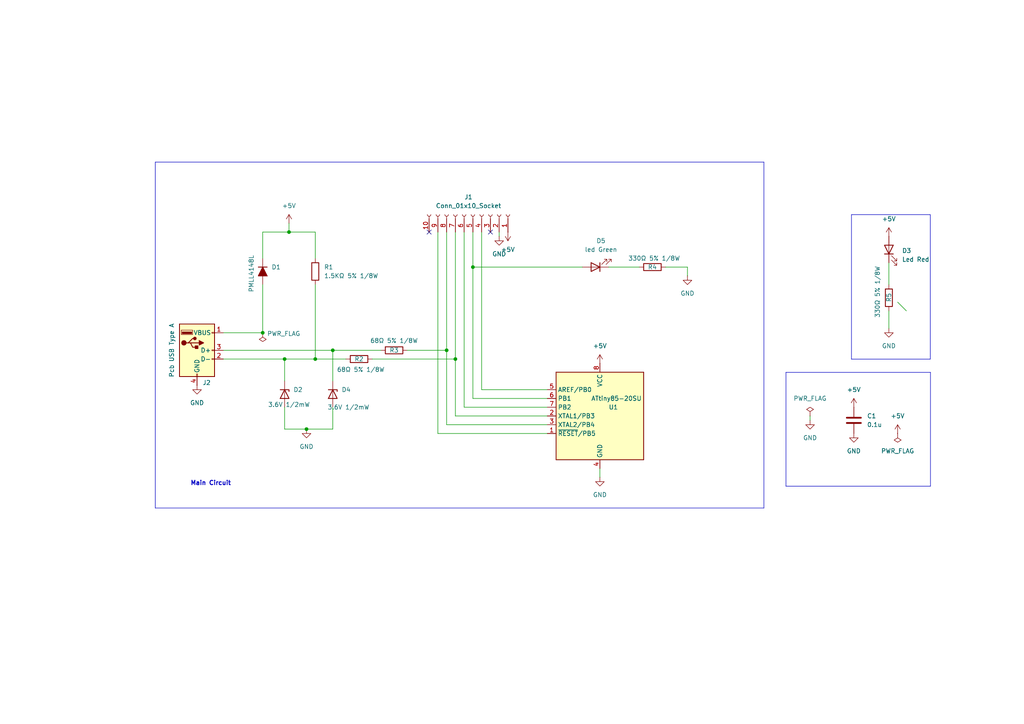
<source format=kicad_sch>
(kicad_sch
	(version 20250114)
	(generator "eeschema")
	(generator_version "9.0")
	(uuid "f2c20679-f28d-47ad-9191-2bfbde129570")
	(paper "A4")
	(title_block
		(date "2024-03-18")
		(rev "version Test2024")
		(company "UCC")
		(comment 1 "proyectoBase2024")
	)
	(lib_symbols
		(symbol "+5V_1"
			(power)
			(pin_names
				(offset 0)
			)
			(exclude_from_sim no)
			(in_bom yes)
			(on_board yes)
			(property "Reference" "#PWR"
				(at 0 -3.81 0)
				(effects
					(font
						(size 1.27 1.27)
					)
					(hide yes)
				)
			)
			(property "Value" "+5V_1"
				(at 0 3.556 0)
				(effects
					(font
						(size 1.27 1.27)
					)
				)
			)
			(property "Footprint" ""
				(at 0 0 0)
				(effects
					(font
						(size 1.27 1.27)
					)
					(hide yes)
				)
			)
			(property "Datasheet" ""
				(at 0 0 0)
				(effects
					(font
						(size 1.27 1.27)
					)
					(hide yes)
				)
			)
			(property "Description" "Power symbol creates a global label with name \"+5V\""
				(at 0 0 0)
				(effects
					(font
						(size 1.27 1.27)
					)
					(hide yes)
				)
			)
			(property "ki_keywords" "global power"
				(at 0 0 0)
				(effects
					(font
						(size 1.27 1.27)
					)
					(hide yes)
				)
			)
			(symbol "+5V_1_0_1"
				(polyline
					(pts
						(xy -0.762 1.27) (xy 0 2.54)
					)
					(stroke
						(width 0)
						(type default)
					)
					(fill
						(type none)
					)
				)
				(polyline
					(pts
						(xy 0 2.54) (xy 0.762 1.27)
					)
					(stroke
						(width 0)
						(type default)
					)
					(fill
						(type none)
					)
				)
				(polyline
					(pts
						(xy 0 0) (xy 0 2.54)
					)
					(stroke
						(width 0)
						(type default)
					)
					(fill
						(type none)
					)
				)
			)
			(symbol "+5V_1_1_1"
				(pin power_in line
					(at 0 0 90)
					(length 0)
					(hide yes)
					(name "+5V"
						(effects
							(font
								(size 1.27 1.27)
							)
						)
					)
					(number "1"
						(effects
							(font
								(size 1.27 1.27)
							)
						)
					)
				)
			)
			(embedded_fonts no)
		)
		(symbol "Connector:Conn_01x10_Socket"
			(pin_names
				(offset 1.016)
				(hide yes)
			)
			(exclude_from_sim no)
			(in_bom yes)
			(on_board yes)
			(property "Reference" "J"
				(at 0 12.7 0)
				(effects
					(font
						(size 1.27 1.27)
					)
				)
			)
			(property "Value" "Conn_01x10_Socket"
				(at 0 -15.24 0)
				(effects
					(font
						(size 1.27 1.27)
					)
				)
			)
			(property "Footprint" ""
				(at 0 0 0)
				(effects
					(font
						(size 1.27 1.27)
					)
					(hide yes)
				)
			)
			(property "Datasheet" "~"
				(at 0 0 0)
				(effects
					(font
						(size 1.27 1.27)
					)
					(hide yes)
				)
			)
			(property "Description" "Generic connector, single row, 01x10, script generated"
				(at 0 0 0)
				(effects
					(font
						(size 1.27 1.27)
					)
					(hide yes)
				)
			)
			(property "ki_locked" ""
				(at 0 0 0)
				(effects
					(font
						(size 1.27 1.27)
					)
				)
			)
			(property "ki_keywords" "connector"
				(at 0 0 0)
				(effects
					(font
						(size 1.27 1.27)
					)
					(hide yes)
				)
			)
			(property "ki_fp_filters" "Connector*:*_1x??_*"
				(at 0 0 0)
				(effects
					(font
						(size 1.27 1.27)
					)
					(hide yes)
				)
			)
			(symbol "Conn_01x10_Socket_1_1"
				(polyline
					(pts
						(xy -1.27 10.16) (xy -0.508 10.16)
					)
					(stroke
						(width 0.1524)
						(type default)
					)
					(fill
						(type none)
					)
				)
				(polyline
					(pts
						(xy -1.27 7.62) (xy -0.508 7.62)
					)
					(stroke
						(width 0.1524)
						(type default)
					)
					(fill
						(type none)
					)
				)
				(polyline
					(pts
						(xy -1.27 5.08) (xy -0.508 5.08)
					)
					(stroke
						(width 0.1524)
						(type default)
					)
					(fill
						(type none)
					)
				)
				(polyline
					(pts
						(xy -1.27 2.54) (xy -0.508 2.54)
					)
					(stroke
						(width 0.1524)
						(type default)
					)
					(fill
						(type none)
					)
				)
				(polyline
					(pts
						(xy -1.27 0) (xy -0.508 0)
					)
					(stroke
						(width 0.1524)
						(type default)
					)
					(fill
						(type none)
					)
				)
				(polyline
					(pts
						(xy -1.27 -2.54) (xy -0.508 -2.54)
					)
					(stroke
						(width 0.1524)
						(type default)
					)
					(fill
						(type none)
					)
				)
				(polyline
					(pts
						(xy -1.27 -5.08) (xy -0.508 -5.08)
					)
					(stroke
						(width 0.1524)
						(type default)
					)
					(fill
						(type none)
					)
				)
				(polyline
					(pts
						(xy -1.27 -7.62) (xy -0.508 -7.62)
					)
					(stroke
						(width 0.1524)
						(type default)
					)
					(fill
						(type none)
					)
				)
				(polyline
					(pts
						(xy -1.27 -10.16) (xy -0.508 -10.16)
					)
					(stroke
						(width 0.1524)
						(type default)
					)
					(fill
						(type none)
					)
				)
				(polyline
					(pts
						(xy -1.27 -12.7) (xy -0.508 -12.7)
					)
					(stroke
						(width 0.1524)
						(type default)
					)
					(fill
						(type none)
					)
				)
				(arc
					(start 0 9.652)
					(mid -0.5058 10.16)
					(end 0 10.668)
					(stroke
						(width 0.1524)
						(type default)
					)
					(fill
						(type none)
					)
				)
				(arc
					(start 0 7.112)
					(mid -0.5058 7.62)
					(end 0 8.128)
					(stroke
						(width 0.1524)
						(type default)
					)
					(fill
						(type none)
					)
				)
				(arc
					(start 0 4.572)
					(mid -0.5058 5.08)
					(end 0 5.588)
					(stroke
						(width 0.1524)
						(type default)
					)
					(fill
						(type none)
					)
				)
				(arc
					(start 0 2.032)
					(mid -0.5058 2.54)
					(end 0 3.048)
					(stroke
						(width 0.1524)
						(type default)
					)
					(fill
						(type none)
					)
				)
				(arc
					(start 0 -0.508)
					(mid -0.5058 0)
					(end 0 0.508)
					(stroke
						(width 0.1524)
						(type default)
					)
					(fill
						(type none)
					)
				)
				(arc
					(start 0 -3.048)
					(mid -0.5058 -2.54)
					(end 0 -2.032)
					(stroke
						(width 0.1524)
						(type default)
					)
					(fill
						(type none)
					)
				)
				(arc
					(start 0 -5.588)
					(mid -0.5058 -5.08)
					(end 0 -4.572)
					(stroke
						(width 0.1524)
						(type default)
					)
					(fill
						(type none)
					)
				)
				(arc
					(start 0 -8.128)
					(mid -0.5058 -7.62)
					(end 0 -7.112)
					(stroke
						(width 0.1524)
						(type default)
					)
					(fill
						(type none)
					)
				)
				(arc
					(start 0 -10.668)
					(mid -0.5058 -10.16)
					(end 0 -9.652)
					(stroke
						(width 0.1524)
						(type default)
					)
					(fill
						(type none)
					)
				)
				(arc
					(start 0 -13.208)
					(mid -0.5058 -12.7)
					(end 0 -12.192)
					(stroke
						(width 0.1524)
						(type default)
					)
					(fill
						(type none)
					)
				)
				(pin passive line
					(at -5.08 10.16 0)
					(length 3.81)
					(name "Pin_1"
						(effects
							(font
								(size 1.27 1.27)
							)
						)
					)
					(number "1"
						(effects
							(font
								(size 1.27 1.27)
							)
						)
					)
				)
				(pin passive line
					(at -5.08 7.62 0)
					(length 3.81)
					(name "Pin_2"
						(effects
							(font
								(size 1.27 1.27)
							)
						)
					)
					(number "2"
						(effects
							(font
								(size 1.27 1.27)
							)
						)
					)
				)
				(pin passive line
					(at -5.08 5.08 0)
					(length 3.81)
					(name "Pin_3"
						(effects
							(font
								(size 1.27 1.27)
							)
						)
					)
					(number "3"
						(effects
							(font
								(size 1.27 1.27)
							)
						)
					)
				)
				(pin passive line
					(at -5.08 2.54 0)
					(length 3.81)
					(name "Pin_4"
						(effects
							(font
								(size 1.27 1.27)
							)
						)
					)
					(number "4"
						(effects
							(font
								(size 1.27 1.27)
							)
						)
					)
				)
				(pin passive line
					(at -5.08 0 0)
					(length 3.81)
					(name "Pin_5"
						(effects
							(font
								(size 1.27 1.27)
							)
						)
					)
					(number "5"
						(effects
							(font
								(size 1.27 1.27)
							)
						)
					)
				)
				(pin passive line
					(at -5.08 -2.54 0)
					(length 3.81)
					(name "Pin_6"
						(effects
							(font
								(size 1.27 1.27)
							)
						)
					)
					(number "6"
						(effects
							(font
								(size 1.27 1.27)
							)
						)
					)
				)
				(pin passive line
					(at -5.08 -5.08 0)
					(length 3.81)
					(name "Pin_7"
						(effects
							(font
								(size 1.27 1.27)
							)
						)
					)
					(number "7"
						(effects
							(font
								(size 1.27 1.27)
							)
						)
					)
				)
				(pin passive line
					(at -5.08 -7.62 0)
					(length 3.81)
					(name "Pin_8"
						(effects
							(font
								(size 1.27 1.27)
							)
						)
					)
					(number "8"
						(effects
							(font
								(size 1.27 1.27)
							)
						)
					)
				)
				(pin passive line
					(at -5.08 -10.16 0)
					(length 3.81)
					(name "Pin_9"
						(effects
							(font
								(size 1.27 1.27)
							)
						)
					)
					(number "9"
						(effects
							(font
								(size 1.27 1.27)
							)
						)
					)
				)
				(pin passive line
					(at -5.08 -12.7 0)
					(length 3.81)
					(name "Pin_10"
						(effects
							(font
								(size 1.27 1.27)
							)
						)
					)
					(number "10"
						(effects
							(font
								(size 1.27 1.27)
							)
						)
					)
				)
			)
			(embedded_fonts no)
		)
		(symbol "Connector:USB_A"
			(pin_names
				(offset 1.016)
			)
			(exclude_from_sim no)
			(in_bom yes)
			(on_board yes)
			(property "Reference" "J2"
				(at 0 12.7 0)
				(effects
					(font
						(size 1.27 1.27)
					)
				)
			)
			(property "Value" "USB_A"
				(at 0 10.16 0)
				(effects
					(font
						(size 1.27 1.27)
					)
				)
			)
			(property "Footprint" ""
				(at 3.81 -1.27 0)
				(effects
					(font
						(size 1.27 1.27)
					)
					(hide yes)
				)
			)
			(property "Datasheet" "~"
				(at 3.81 -1.27 0)
				(effects
					(font
						(size 1.27 1.27)
					)
					(hide yes)
				)
			)
			(property "Description" "USB Type A connector"
				(at 0 0 0)
				(effects
					(font
						(size 1.27 1.27)
					)
					(hide yes)
				)
			)
			(property "ki_keywords" "connector USB"
				(at 0 0 0)
				(effects
					(font
						(size 1.27 1.27)
					)
					(hide yes)
				)
			)
			(property "ki_fp_filters" "USB*"
				(at 0 0 0)
				(effects
					(font
						(size 1.27 1.27)
					)
					(hide yes)
				)
			)
			(symbol "USB_A_0_1"
				(rectangle
					(start -5.08 -7.62)
					(end 5.08 7.62)
					(stroke
						(width 0.254)
						(type default)
					)
					(fill
						(type background)
					)
				)
				(circle
					(center -3.81 2.159)
					(radius 0.635)
					(stroke
						(width 0.254)
						(type default)
					)
					(fill
						(type outline)
					)
				)
				(polyline
					(pts
						(xy -3.175 2.159) (xy -2.54 2.159) (xy -1.27 3.429) (xy -0.635 3.429)
					)
					(stroke
						(width 0.254)
						(type default)
					)
					(fill
						(type none)
					)
				)
				(polyline
					(pts
						(xy -2.54 2.159) (xy -1.905 2.159) (xy -1.27 0.889) (xy 0 0.889)
					)
					(stroke
						(width 0.254)
						(type default)
					)
					(fill
						(type none)
					)
				)
				(rectangle
					(start -1.524 4.826)
					(end -4.318 5.334)
					(stroke
						(width 0)
						(type default)
					)
					(fill
						(type outline)
					)
				)
				(rectangle
					(start -1.27 4.572)
					(end -4.572 5.842)
					(stroke
						(width 0)
						(type default)
					)
					(fill
						(type none)
					)
				)
				(circle
					(center -0.635 3.429)
					(radius 0.381)
					(stroke
						(width 0.254)
						(type default)
					)
					(fill
						(type outline)
					)
				)
				(rectangle
					(start -0.127 -7.62)
					(end 0.127 -6.858)
					(stroke
						(width 0)
						(type default)
					)
					(fill
						(type none)
					)
				)
				(rectangle
					(start 0.254 1.27)
					(end -0.508 0.508)
					(stroke
						(width 0.254)
						(type default)
					)
					(fill
						(type outline)
					)
				)
				(polyline
					(pts
						(xy 0.635 2.794) (xy 0.635 1.524) (xy 1.905 2.159) (xy 0.635 2.794)
					)
					(stroke
						(width 0.254)
						(type default)
					)
					(fill
						(type outline)
					)
				)
				(rectangle
					(start 5.08 4.953)
					(end 4.318 5.207)
					(stroke
						(width 0)
						(type default)
					)
					(fill
						(type none)
					)
				)
				(rectangle
					(start 5.08 -0.127)
					(end 4.318 0.127)
					(stroke
						(width 0)
						(type default)
					)
					(fill
						(type none)
					)
				)
				(rectangle
					(start 5.08 -2.667)
					(end 4.318 -2.413)
					(stroke
						(width 0)
						(type default)
					)
					(fill
						(type none)
					)
				)
			)
			(symbol "USB_A_1_1"
				(polyline
					(pts
						(xy -1.905 2.159) (xy 0.635 2.159)
					)
					(stroke
						(width 0.254)
						(type default)
					)
					(fill
						(type none)
					)
				)
				(pin power_in line
					(at 0 -10.16 90)
					(length 2.54)
					(name "GND"
						(effects
							(font
								(size 1.27 1.27)
							)
						)
					)
					(number "4"
						(effects
							(font
								(size 1.27 1.27)
							)
						)
					)
				)
				(pin power_in line
					(at 7.62 5.08 180)
					(length 2.54)
					(name "VBUS"
						(effects
							(font
								(size 1.27 1.27)
							)
						)
					)
					(number "1"
						(effects
							(font
								(size 1.27 1.27)
							)
						)
					)
				)
				(pin bidirectional line
					(at 7.62 0 180)
					(length 2.54)
					(name "D+"
						(effects
							(font
								(size 1.27 1.27)
							)
						)
					)
					(number "3"
						(effects
							(font
								(size 1.27 1.27)
							)
						)
					)
				)
				(pin bidirectional line
					(at 7.62 -2.54 180)
					(length 2.54)
					(name "D-"
						(effects
							(font
								(size 1.27 1.27)
							)
						)
					)
					(number "2"
						(effects
							(font
								(size 1.27 1.27)
							)
						)
					)
				)
			)
			(embedded_fonts no)
		)
		(symbol "D_Filled_1"
			(pin_numbers
				(hide yes)
			)
			(pin_names
				(offset 1.016)
				(hide yes)
			)
			(exclude_from_sim no)
			(in_bom yes)
			(on_board yes)
			(property "Reference" "D"
				(at 0 2.54 0)
				(effects
					(font
						(size 1.27 1.27)
					)
				)
			)
			(property "Value" "D_Filled"
				(at 0 -2.54 0)
				(effects
					(font
						(size 1.27 1.27)
					)
				)
			)
			(property "Footprint" ""
				(at 0 0 0)
				(effects
					(font
						(size 1.27 1.27)
					)
					(hide yes)
				)
			)
			(property "Datasheet" "~"
				(at 0 0 0)
				(effects
					(font
						(size 1.27 1.27)
					)
					(hide yes)
				)
			)
			(property "Description" "Diode, filled shape"
				(at 0 0 0)
				(effects
					(font
						(size 1.27 1.27)
					)
					(hide yes)
				)
			)
			(property "Sim.Device" "D"
				(at 0 0 0)
				(effects
					(font
						(size 1.27 1.27)
					)
					(hide yes)
				)
			)
			(property "Sim.Pins" "1=K 2=A"
				(at 0 0 0)
				(effects
					(font
						(size 1.27 1.27)
					)
					(hide yes)
				)
			)
			(property "ki_keywords" "diode"
				(at 0 0 0)
				(effects
					(font
						(size 1.27 1.27)
					)
					(hide yes)
				)
			)
			(property "ki_fp_filters" "TO-???* *_Diode_* *SingleDiode* D_*"
				(at 0 0 0)
				(effects
					(font
						(size 1.27 1.27)
					)
					(hide yes)
				)
			)
			(symbol "D_Filled_1_0_1"
				(polyline
					(pts
						(xy -1.27 1.27) (xy -1.27 -1.27)
					)
					(stroke
						(width 0.254)
						(type default)
					)
					(fill
						(type none)
					)
				)
				(polyline
					(pts
						(xy 1.27 1.27) (xy 1.27 -1.27) (xy -1.27 0) (xy 1.27 1.27)
					)
					(stroke
						(width 0.254)
						(type default)
					)
					(fill
						(type outline)
					)
				)
				(polyline
					(pts
						(xy 1.27 0) (xy -1.27 0)
					)
					(stroke
						(width 0)
						(type default)
					)
					(fill
						(type none)
					)
				)
			)
			(symbol "D_Filled_1_1_1"
				(pin passive line
					(at -3.81 0 0)
					(length 2.54)
					(name "K"
						(effects
							(font
								(size 1.27 1.27)
							)
						)
					)
					(number "1"
						(effects
							(font
								(size 1.27 1.27)
							)
						)
					)
				)
				(pin passive line
					(at 3.81 0 180)
					(length 2.54)
					(name "A"
						(effects
							(font
								(size 1.27 1.27)
							)
						)
					)
					(number "2"
						(effects
							(font
								(size 1.27 1.27)
							)
						)
					)
				)
			)
			(embedded_fonts no)
		)
		(symbol "Device:C"
			(pin_numbers
				(hide yes)
			)
			(pin_names
				(offset 0.254)
			)
			(exclude_from_sim no)
			(in_bom yes)
			(on_board yes)
			(property "Reference" "C"
				(at 0.635 2.54 0)
				(effects
					(font
						(size 1.27 1.27)
					)
					(justify left)
				)
			)
			(property "Value" "C"
				(at 0.635 -2.54 0)
				(effects
					(font
						(size 1.27 1.27)
					)
					(justify left)
				)
			)
			(property "Footprint" ""
				(at 0.9652 -3.81 0)
				(effects
					(font
						(size 1.27 1.27)
					)
					(hide yes)
				)
			)
			(property "Datasheet" "~"
				(at 0 0 0)
				(effects
					(font
						(size 1.27 1.27)
					)
					(hide yes)
				)
			)
			(property "Description" "Unpolarized capacitor"
				(at 0 0 0)
				(effects
					(font
						(size 1.27 1.27)
					)
					(hide yes)
				)
			)
			(property "ki_keywords" "cap capacitor"
				(at 0 0 0)
				(effects
					(font
						(size 1.27 1.27)
					)
					(hide yes)
				)
			)
			(property "ki_fp_filters" "C_*"
				(at 0 0 0)
				(effects
					(font
						(size 1.27 1.27)
					)
					(hide yes)
				)
			)
			(symbol "C_0_1"
				(polyline
					(pts
						(xy -2.032 0.762) (xy 2.032 0.762)
					)
					(stroke
						(width 0.508)
						(type default)
					)
					(fill
						(type none)
					)
				)
				(polyline
					(pts
						(xy -2.032 -0.762) (xy 2.032 -0.762)
					)
					(stroke
						(width 0.508)
						(type default)
					)
					(fill
						(type none)
					)
				)
			)
			(symbol "C_1_1"
				(pin passive line
					(at 0 3.81 270)
					(length 2.794)
					(name "~"
						(effects
							(font
								(size 1.27 1.27)
							)
						)
					)
					(number "1"
						(effects
							(font
								(size 1.27 1.27)
							)
						)
					)
				)
				(pin passive line
					(at 0 -3.81 90)
					(length 2.794)
					(name "~"
						(effects
							(font
								(size 1.27 1.27)
							)
						)
					)
					(number "2"
						(effects
							(font
								(size 1.27 1.27)
							)
						)
					)
				)
			)
			(embedded_fonts no)
		)
		(symbol "Device:D_Zener"
			(pin_numbers
				(hide yes)
			)
			(pin_names
				(offset 1.016)
				(hide yes)
			)
			(exclude_from_sim no)
			(in_bom yes)
			(on_board yes)
			(property "Reference" "D"
				(at 0 2.54 0)
				(effects
					(font
						(size 1.27 1.27)
					)
				)
			)
			(property "Value" "D_Zener"
				(at 0 -2.54 0)
				(effects
					(font
						(size 1.27 1.27)
					)
				)
			)
			(property "Footprint" ""
				(at 0 0 0)
				(effects
					(font
						(size 1.27 1.27)
					)
					(hide yes)
				)
			)
			(property "Datasheet" "~"
				(at 0 0 0)
				(effects
					(font
						(size 1.27 1.27)
					)
					(hide yes)
				)
			)
			(property "Description" "Zener diode"
				(at 0 0 0)
				(effects
					(font
						(size 1.27 1.27)
					)
					(hide yes)
				)
			)
			(property "ki_keywords" "diode"
				(at 0 0 0)
				(effects
					(font
						(size 1.27 1.27)
					)
					(hide yes)
				)
			)
			(property "ki_fp_filters" "TO-???* *_Diode_* *SingleDiode* D_*"
				(at 0 0 0)
				(effects
					(font
						(size 1.27 1.27)
					)
					(hide yes)
				)
			)
			(symbol "D_Zener_0_1"
				(polyline
					(pts
						(xy -1.27 -1.27) (xy -1.27 1.27) (xy -0.762 1.27)
					)
					(stroke
						(width 0.254)
						(type default)
					)
					(fill
						(type none)
					)
				)
				(polyline
					(pts
						(xy 1.27 0) (xy -1.27 0)
					)
					(stroke
						(width 0)
						(type default)
					)
					(fill
						(type none)
					)
				)
				(polyline
					(pts
						(xy 1.27 -1.27) (xy 1.27 1.27) (xy -1.27 0) (xy 1.27 -1.27)
					)
					(stroke
						(width 0.254)
						(type default)
					)
					(fill
						(type none)
					)
				)
			)
			(symbol "D_Zener_1_1"
				(pin passive line
					(at -3.81 0 0)
					(length 2.54)
					(name "K"
						(effects
							(font
								(size 1.27 1.27)
							)
						)
					)
					(number "1"
						(effects
							(font
								(size 1.27 1.27)
							)
						)
					)
				)
				(pin passive line
					(at 3.81 0 180)
					(length 2.54)
					(name "A"
						(effects
							(font
								(size 1.27 1.27)
							)
						)
					)
					(number "2"
						(effects
							(font
								(size 1.27 1.27)
							)
						)
					)
				)
			)
			(embedded_fonts no)
		)
		(symbol "Device:LED"
			(pin_numbers
				(hide yes)
			)
			(pin_names
				(offset 1.016)
				(hide yes)
			)
			(exclude_from_sim no)
			(in_bom yes)
			(on_board yes)
			(property "Reference" "D"
				(at 0 2.54 0)
				(effects
					(font
						(size 1.27 1.27)
					)
				)
			)
			(property "Value" "LED"
				(at 0 -2.54 0)
				(effects
					(font
						(size 1.27 1.27)
					)
				)
			)
			(property "Footprint" ""
				(at 0 0 0)
				(effects
					(font
						(size 1.27 1.27)
					)
					(hide yes)
				)
			)
			(property "Datasheet" "~"
				(at 0 0 0)
				(effects
					(font
						(size 1.27 1.27)
					)
					(hide yes)
				)
			)
			(property "Description" "Light emitting diode"
				(at 0 0 0)
				(effects
					(font
						(size 1.27 1.27)
					)
					(hide yes)
				)
			)
			(property "ki_keywords" "LED diode"
				(at 0 0 0)
				(effects
					(font
						(size 1.27 1.27)
					)
					(hide yes)
				)
			)
			(property "ki_fp_filters" "LED* LED_SMD:* LED_THT:*"
				(at 0 0 0)
				(effects
					(font
						(size 1.27 1.27)
					)
					(hide yes)
				)
			)
			(symbol "LED_0_1"
				(polyline
					(pts
						(xy -3.048 -0.762) (xy -4.572 -2.286) (xy -3.81 -2.286) (xy -4.572 -2.286) (xy -4.572 -1.524)
					)
					(stroke
						(width 0)
						(type default)
					)
					(fill
						(type none)
					)
				)
				(polyline
					(pts
						(xy -1.778 -0.762) (xy -3.302 -2.286) (xy -2.54 -2.286) (xy -3.302 -2.286) (xy -3.302 -1.524)
					)
					(stroke
						(width 0)
						(type default)
					)
					(fill
						(type none)
					)
				)
				(polyline
					(pts
						(xy -1.27 0) (xy 1.27 0)
					)
					(stroke
						(width 0)
						(type default)
					)
					(fill
						(type none)
					)
				)
				(polyline
					(pts
						(xy -1.27 -1.27) (xy -1.27 1.27)
					)
					(stroke
						(width 0.254)
						(type default)
					)
					(fill
						(type none)
					)
				)
				(polyline
					(pts
						(xy 1.27 -1.27) (xy 1.27 1.27) (xy -1.27 0) (xy 1.27 -1.27)
					)
					(stroke
						(width 0.254)
						(type default)
					)
					(fill
						(type none)
					)
				)
			)
			(symbol "LED_1_1"
				(pin passive line
					(at -3.81 0 0)
					(length 2.54)
					(name "K"
						(effects
							(font
								(size 1.27 1.27)
							)
						)
					)
					(number "1"
						(effects
							(font
								(size 1.27 1.27)
							)
						)
					)
				)
				(pin passive line
					(at 3.81 0 180)
					(length 2.54)
					(name "A"
						(effects
							(font
								(size 1.27 1.27)
							)
						)
					)
					(number "2"
						(effects
							(font
								(size 1.27 1.27)
							)
						)
					)
				)
			)
			(embedded_fonts no)
		)
		(symbol "Device:R"
			(pin_numbers
				(hide yes)
			)
			(pin_names
				(offset 0)
			)
			(exclude_from_sim no)
			(in_bom yes)
			(on_board yes)
			(property "Reference" "R"
				(at 2.032 0 90)
				(effects
					(font
						(size 1.27 1.27)
					)
				)
			)
			(property "Value" "R"
				(at 0 0 90)
				(effects
					(font
						(size 1.27 1.27)
					)
				)
			)
			(property "Footprint" ""
				(at -1.778 0 90)
				(effects
					(font
						(size 1.27 1.27)
					)
					(hide yes)
				)
			)
			(property "Datasheet" "~"
				(at 0 0 0)
				(effects
					(font
						(size 1.27 1.27)
					)
					(hide yes)
				)
			)
			(property "Description" "Resistor"
				(at 0 0 0)
				(effects
					(font
						(size 1.27 1.27)
					)
					(hide yes)
				)
			)
			(property "ki_keywords" "R res resistor"
				(at 0 0 0)
				(effects
					(font
						(size 1.27 1.27)
					)
					(hide yes)
				)
			)
			(property "ki_fp_filters" "R_*"
				(at 0 0 0)
				(effects
					(font
						(size 1.27 1.27)
					)
					(hide yes)
				)
			)
			(symbol "R_0_1"
				(rectangle
					(start -1.016 -2.54)
					(end 1.016 2.54)
					(stroke
						(width 0.254)
						(type default)
					)
					(fill
						(type none)
					)
				)
			)
			(symbol "R_1_1"
				(pin passive line
					(at 0 3.81 270)
					(length 1.27)
					(name "~"
						(effects
							(font
								(size 1.27 1.27)
							)
						)
					)
					(number "1"
						(effects
							(font
								(size 1.27 1.27)
							)
						)
					)
				)
				(pin passive line
					(at 0 -3.81 90)
					(length 1.27)
					(name "~"
						(effects
							(font
								(size 1.27 1.27)
							)
						)
					)
					(number "2"
						(effects
							(font
								(size 1.27 1.27)
							)
						)
					)
				)
			)
			(embedded_fonts no)
		)
		(symbol "GND_1"
			(power)
			(pin_names
				(offset 0)
			)
			(exclude_from_sim no)
			(in_bom yes)
			(on_board yes)
			(property "Reference" "#PWR"
				(at 0 -6.35 0)
				(effects
					(font
						(size 1.27 1.27)
					)
					(hide yes)
				)
			)
			(property "Value" "GND_1"
				(at 0 -3.81 0)
				(effects
					(font
						(size 1.27 1.27)
					)
				)
			)
			(property "Footprint" ""
				(at 0 0 0)
				(effects
					(font
						(size 1.27 1.27)
					)
					(hide yes)
				)
			)
			(property "Datasheet" ""
				(at 0 0 0)
				(effects
					(font
						(size 1.27 1.27)
					)
					(hide yes)
				)
			)
			(property "Description" "Power symbol creates a global label with name \"GND\" , ground"
				(at 0 0 0)
				(effects
					(font
						(size 1.27 1.27)
					)
					(hide yes)
				)
			)
			(property "ki_keywords" "global power"
				(at 0 0 0)
				(effects
					(font
						(size 1.27 1.27)
					)
					(hide yes)
				)
			)
			(symbol "GND_1_0_1"
				(polyline
					(pts
						(xy 0 0) (xy 0 -1.27) (xy 1.27 -1.27) (xy 0 -2.54) (xy -1.27 -1.27) (xy 0 -1.27)
					)
					(stroke
						(width 0)
						(type default)
					)
					(fill
						(type none)
					)
				)
			)
			(symbol "GND_1_1_1"
				(pin power_in line
					(at 0 0 270)
					(length 0)
					(hide yes)
					(name "GND"
						(effects
							(font
								(size 1.27 1.27)
							)
						)
					)
					(number "1"
						(effects
							(font
								(size 1.27 1.27)
							)
						)
					)
				)
			)
			(embedded_fonts no)
		)
		(symbol "LED_1"
			(pin_numbers
				(hide yes)
			)
			(pin_names
				(offset 1.016)
				(hide yes)
			)
			(exclude_from_sim no)
			(in_bom yes)
			(on_board yes)
			(property "Reference" "D"
				(at 0 2.54 0)
				(effects
					(font
						(size 1.27 1.27)
					)
				)
			)
			(property "Value" "LED"
				(at 0 -2.54 0)
				(effects
					(font
						(size 1.27 1.27)
					)
				)
			)
			(property "Footprint" ""
				(at 0 0 0)
				(effects
					(font
						(size 1.27 1.27)
					)
					(hide yes)
				)
			)
			(property "Datasheet" "~"
				(at 0 0 0)
				(effects
					(font
						(size 1.27 1.27)
					)
					(hide yes)
				)
			)
			(property "Description" "Light emitting diode"
				(at 0 0 0)
				(effects
					(font
						(size 1.27 1.27)
					)
					(hide yes)
				)
			)
			(property "Sim.Pins" "1=K 2=A"
				(at 0 0 0)
				(effects
					(font
						(size 1.27 1.27)
					)
					(hide yes)
				)
			)
			(property "ki_keywords" "LED diode"
				(at 0 0 0)
				(effects
					(font
						(size 1.27 1.27)
					)
					(hide yes)
				)
			)
			(property "ki_fp_filters" "LED* LED_SMD:* LED_THT:*"
				(at 0 0 0)
				(effects
					(font
						(size 1.27 1.27)
					)
					(hide yes)
				)
			)
			(symbol "LED_1_0_1"
				(polyline
					(pts
						(xy -3.048 -0.762) (xy -4.572 -2.286) (xy -3.81 -2.286) (xy -4.572 -2.286) (xy -4.572 -1.524)
					)
					(stroke
						(width 0)
						(type default)
					)
					(fill
						(type none)
					)
				)
				(polyline
					(pts
						(xy -1.778 -0.762) (xy -3.302 -2.286) (xy -2.54 -2.286) (xy -3.302 -2.286) (xy -3.302 -1.524)
					)
					(stroke
						(width 0)
						(type default)
					)
					(fill
						(type none)
					)
				)
				(polyline
					(pts
						(xy -1.27 0) (xy 1.27 0)
					)
					(stroke
						(width 0)
						(type default)
					)
					(fill
						(type none)
					)
				)
				(polyline
					(pts
						(xy -1.27 -1.27) (xy -1.27 1.27)
					)
					(stroke
						(width 0.254)
						(type default)
					)
					(fill
						(type none)
					)
				)
				(polyline
					(pts
						(xy 1.27 -1.27) (xy 1.27 1.27) (xy -1.27 0) (xy 1.27 -1.27)
					)
					(stroke
						(width 0.254)
						(type default)
					)
					(fill
						(type none)
					)
				)
			)
			(symbol "LED_1_1_1"
				(pin passive line
					(at -3.81 0 0)
					(length 2.54)
					(name "K"
						(effects
							(font
								(size 1.27 1.27)
							)
						)
					)
					(number "1"
						(effects
							(font
								(size 1.27 1.27)
							)
						)
					)
				)
				(pin passive line
					(at 3.81 0 180)
					(length 2.54)
					(name "A"
						(effects
							(font
								(size 1.27 1.27)
							)
						)
					)
					(number "2"
						(effects
							(font
								(size 1.27 1.27)
							)
						)
					)
				)
			)
			(embedded_fonts no)
		)
		(symbol "MCU_Microchip_ATtiny:ATtiny85-20S"
			(exclude_from_sim no)
			(in_bom yes)
			(on_board yes)
			(property "Reference" "U"
				(at -12.7 13.97 0)
				(effects
					(font
						(size 1.27 1.27)
					)
					(justify left bottom)
				)
			)
			(property "Value" "ATtiny85-20S"
				(at 2.54 -13.97 0)
				(effects
					(font
						(size 1.27 1.27)
					)
					(justify left top)
				)
			)
			(property "Footprint" "Package_SO:SOIC-8W_5.3x5.3mm_P1.27mm"
				(at 0 0 0)
				(effects
					(font
						(size 1.27 1.27)
						(italic yes)
					)
					(hide yes)
				)
			)
			(property "Datasheet" "http://ww1.microchip.com/downloads/en/DeviceDoc/atmel-2586-avr-8-bit-microcontroller-attiny25-attiny45-attiny85_datasheet.pdf"
				(at 0 0 0)
				(effects
					(font
						(size 1.27 1.27)
					)
					(hide yes)
				)
			)
			(property "Description" "20MHz, 8kB Flash, 512B SRAM, 512B EEPROM, debugWIRE, SOIC-8W"
				(at 0 0 0)
				(effects
					(font
						(size 1.27 1.27)
					)
					(hide yes)
				)
			)
			(property "ki_keywords" "AVR 8bit Microcontroller tinyAVR"
				(at 0 0 0)
				(effects
					(font
						(size 1.27 1.27)
					)
					(hide yes)
				)
			)
			(property "ki_fp_filters" "SOIC*5.3x5.3mm*P1.27mm*"
				(at 0 0 0)
				(effects
					(font
						(size 1.27 1.27)
					)
					(hide yes)
				)
			)
			(symbol "ATtiny85-20S_0_1"
				(rectangle
					(start -12.7 -12.7)
					(end 12.7 12.7)
					(stroke
						(width 0.254)
						(type default)
					)
					(fill
						(type background)
					)
				)
			)
			(symbol "ATtiny85-20S_1_1"
				(pin power_in line
					(at 0 15.24 270)
					(length 2.54)
					(name "VCC"
						(effects
							(font
								(size 1.27 1.27)
							)
						)
					)
					(number "8"
						(effects
							(font
								(size 1.27 1.27)
							)
						)
					)
				)
				(pin power_in line
					(at 0 -15.24 90)
					(length 2.54)
					(name "GND"
						(effects
							(font
								(size 1.27 1.27)
							)
						)
					)
					(number "4"
						(effects
							(font
								(size 1.27 1.27)
							)
						)
					)
				)
				(pin bidirectional line
					(at 15.24 7.62 180)
					(length 2.54)
					(name "AREF/PB0"
						(effects
							(font
								(size 1.27 1.27)
							)
						)
					)
					(number "5"
						(effects
							(font
								(size 1.27 1.27)
							)
						)
					)
				)
				(pin bidirectional line
					(at 15.24 5.08 180)
					(length 2.54)
					(name "PB1"
						(effects
							(font
								(size 1.27 1.27)
							)
						)
					)
					(number "6"
						(effects
							(font
								(size 1.27 1.27)
							)
						)
					)
				)
				(pin bidirectional line
					(at 15.24 2.54 180)
					(length 2.54)
					(name "PB2"
						(effects
							(font
								(size 1.27 1.27)
							)
						)
					)
					(number "7"
						(effects
							(font
								(size 1.27 1.27)
							)
						)
					)
				)
				(pin bidirectional line
					(at 15.24 0 180)
					(length 2.54)
					(name "XTAL1/PB3"
						(effects
							(font
								(size 1.27 1.27)
							)
						)
					)
					(number "2"
						(effects
							(font
								(size 1.27 1.27)
							)
						)
					)
				)
				(pin bidirectional line
					(at 15.24 -2.54 180)
					(length 2.54)
					(name "XTAL2/PB4"
						(effects
							(font
								(size 1.27 1.27)
							)
						)
					)
					(number "3"
						(effects
							(font
								(size 1.27 1.27)
							)
						)
					)
				)
				(pin bidirectional line
					(at 15.24 -5.08 180)
					(length 2.54)
					(name "~{RESET}/PB5"
						(effects
							(font
								(size 1.27 1.27)
							)
						)
					)
					(number "1"
						(effects
							(font
								(size 1.27 1.27)
							)
						)
					)
				)
			)
			(embedded_fonts no)
		)
		(symbol "PWR_FLAG_1"
			(power)
			(pin_numbers
				(hide yes)
			)
			(pin_names
				(offset 0)
				(hide yes)
			)
			(exclude_from_sim no)
			(in_bom yes)
			(on_board yes)
			(property "Reference" "#FLG"
				(at 0 1.905 0)
				(effects
					(font
						(size 1.27 1.27)
					)
					(hide yes)
				)
			)
			(property "Value" "PWR_FLAG_1"
				(at 0 3.81 0)
				(effects
					(font
						(size 1.27 1.27)
					)
				)
			)
			(property "Footprint" ""
				(at 0 0 0)
				(effects
					(font
						(size 1.27 1.27)
					)
					(hide yes)
				)
			)
			(property "Datasheet" "~"
				(at 0 0 0)
				(effects
					(font
						(size 1.27 1.27)
					)
					(hide yes)
				)
			)
			(property "Description" "Special symbol for telling ERC where power comes from"
				(at 0 0 0)
				(effects
					(font
						(size 1.27 1.27)
					)
					(hide yes)
				)
			)
			(property "ki_keywords" "flag power"
				(at 0 0 0)
				(effects
					(font
						(size 1.27 1.27)
					)
					(hide yes)
				)
			)
			(symbol "PWR_FLAG_1_0_0"
				(pin power_out line
					(at 0 0 90)
					(length 0)
					(name "pwr"
						(effects
							(font
								(size 1.27 1.27)
							)
						)
					)
					(number "1"
						(effects
							(font
								(size 1.27 1.27)
							)
						)
					)
				)
			)
			(symbol "PWR_FLAG_1_0_1"
				(polyline
					(pts
						(xy 0 0) (xy 0 1.27) (xy -1.016 1.905) (xy 0 2.54) (xy 1.016 1.905) (xy 0 1.27)
					)
					(stroke
						(width 0)
						(type default)
					)
					(fill
						(type none)
					)
				)
			)
			(embedded_fonts no)
		)
		(symbol "power:+5V"
			(power)
			(pin_numbers
				(hide yes)
			)
			(pin_names
				(offset 0)
				(hide yes)
			)
			(exclude_from_sim no)
			(in_bom yes)
			(on_board yes)
			(property "Reference" "#PWR"
				(at 0 -3.81 0)
				(effects
					(font
						(size 1.27 1.27)
					)
					(hide yes)
				)
			)
			(property "Value" "+5V"
				(at 0 3.556 0)
				(effects
					(font
						(size 1.27 1.27)
					)
				)
			)
			(property "Footprint" ""
				(at 0 0 0)
				(effects
					(font
						(size 1.27 1.27)
					)
					(hide yes)
				)
			)
			(property "Datasheet" ""
				(at 0 0 0)
				(effects
					(font
						(size 1.27 1.27)
					)
					(hide yes)
				)
			)
			(property "Description" "Power symbol creates a global label with name \"+5V\""
				(at 0 0 0)
				(effects
					(font
						(size 1.27 1.27)
					)
					(hide yes)
				)
			)
			(property "ki_keywords" "global power"
				(at 0 0 0)
				(effects
					(font
						(size 1.27 1.27)
					)
					(hide yes)
				)
			)
			(symbol "+5V_0_1"
				(polyline
					(pts
						(xy -0.762 1.27) (xy 0 2.54)
					)
					(stroke
						(width 0)
						(type default)
					)
					(fill
						(type none)
					)
				)
				(polyline
					(pts
						(xy 0 2.54) (xy 0.762 1.27)
					)
					(stroke
						(width 0)
						(type default)
					)
					(fill
						(type none)
					)
				)
				(polyline
					(pts
						(xy 0 0) (xy 0 2.54)
					)
					(stroke
						(width 0)
						(type default)
					)
					(fill
						(type none)
					)
				)
			)
			(symbol "+5V_1_1"
				(pin power_in line
					(at 0 0 90)
					(length 0)
					(name "~"
						(effects
							(font
								(size 1.27 1.27)
							)
						)
					)
					(number "1"
						(effects
							(font
								(size 1.27 1.27)
							)
						)
					)
				)
			)
			(embedded_fonts no)
		)
		(symbol "power:GND"
			(power)
			(pin_numbers
				(hide yes)
			)
			(pin_names
				(offset 0)
				(hide yes)
			)
			(exclude_from_sim no)
			(in_bom yes)
			(on_board yes)
			(property "Reference" "#PWR"
				(at 0 -6.35 0)
				(effects
					(font
						(size 1.27 1.27)
					)
					(hide yes)
				)
			)
			(property "Value" "GND"
				(at 0 -3.81 0)
				(effects
					(font
						(size 1.27 1.27)
					)
				)
			)
			(property "Footprint" ""
				(at 0 0 0)
				(effects
					(font
						(size 1.27 1.27)
					)
					(hide yes)
				)
			)
			(property "Datasheet" ""
				(at 0 0 0)
				(effects
					(font
						(size 1.27 1.27)
					)
					(hide yes)
				)
			)
			(property "Description" "Power symbol creates a global label with name \"GND\" , ground"
				(at 0 0 0)
				(effects
					(font
						(size 1.27 1.27)
					)
					(hide yes)
				)
			)
			(property "ki_keywords" "global power"
				(at 0 0 0)
				(effects
					(font
						(size 1.27 1.27)
					)
					(hide yes)
				)
			)
			(symbol "GND_0_1"
				(polyline
					(pts
						(xy 0 0) (xy 0 -1.27) (xy 1.27 -1.27) (xy 0 -2.54) (xy -1.27 -1.27) (xy 0 -1.27)
					)
					(stroke
						(width 0)
						(type default)
					)
					(fill
						(type none)
					)
				)
			)
			(symbol "GND_1_1"
				(pin power_in line
					(at 0 0 270)
					(length 0)
					(name "~"
						(effects
							(font
								(size 1.27 1.27)
							)
						)
					)
					(number "1"
						(effects
							(font
								(size 1.27 1.27)
							)
						)
					)
				)
			)
			(embedded_fonts no)
		)
		(symbol "power:PWR_FLAG"
			(power)
			(pin_numbers
				(hide yes)
			)
			(pin_names
				(offset 0)
				(hide yes)
			)
			(exclude_from_sim no)
			(in_bom yes)
			(on_board yes)
			(property "Reference" "#FLG"
				(at 0 1.905 0)
				(effects
					(font
						(size 1.27 1.27)
					)
					(hide yes)
				)
			)
			(property "Value" "PWR_FLAG"
				(at 0 3.81 0)
				(effects
					(font
						(size 1.27 1.27)
					)
				)
			)
			(property "Footprint" ""
				(at 0 0 0)
				(effects
					(font
						(size 1.27 1.27)
					)
					(hide yes)
				)
			)
			(property "Datasheet" "~"
				(at 0 0 0)
				(effects
					(font
						(size 1.27 1.27)
					)
					(hide yes)
				)
			)
			(property "Description" "Special symbol for telling ERC where power comes from"
				(at 0 0 0)
				(effects
					(font
						(size 1.27 1.27)
					)
					(hide yes)
				)
			)
			(property "ki_keywords" "flag power"
				(at 0 0 0)
				(effects
					(font
						(size 1.27 1.27)
					)
					(hide yes)
				)
			)
			(symbol "PWR_FLAG_0_0"
				(pin power_out line
					(at 0 0 90)
					(length 0)
					(name "~"
						(effects
							(font
								(size 1.27 1.27)
							)
						)
					)
					(number "1"
						(effects
							(font
								(size 1.27 1.27)
							)
						)
					)
				)
			)
			(symbol "PWR_FLAG_0_1"
				(polyline
					(pts
						(xy 0 0) (xy 0 1.27) (xy -1.016 1.905) (xy 0 2.54) (xy 1.016 1.905) (xy 0 1.27)
					)
					(stroke
						(width 0)
						(type default)
					)
					(fill
						(type none)
					)
				)
			)
			(embedded_fonts no)
		)
	)
	(text "Main Circuit"
		(exclude_from_sim no)
		(at 55.1942 140.9954 0)
		(effects
			(font
				(size 1.27 1.27)
				(thickness 0.254)
				(bold yes)
			)
			(justify left bottom)
		)
		(uuid "39ea4496-1b44-485f-ab4a-73accbcc9f99")
	)
	(junction
		(at 132.08 104.14)
		(diameter 0)
		(color 0 0 0 0)
		(uuid "1e20ee9f-5f2d-4ad1-9aaf-edf4619e3097")
	)
	(junction
		(at 83.82 67.31)
		(diameter 0)
		(color 0 0 0 0)
		(uuid "45e23898-725d-4312-9589-842bbc39b85b")
	)
	(junction
		(at 129.54 101.6)
		(diameter 0)
		(color 0 0 0 0)
		(uuid "49d60180-6092-45c4-a852-b6712f5a70ff")
	)
	(junction
		(at 137.16 77.47)
		(diameter 0)
		(color 0 0 0 0)
		(uuid "4d0bfeba-b240-499f-b9b4-32695f2ce4c7")
	)
	(junction
		(at 76.2 96.52)
		(diameter 0)
		(color 0 0 0 0)
		(uuid "7b7b22cd-145d-4fe0-86a4-2258d72fe26e")
	)
	(junction
		(at 88.9 124.46)
		(diameter 0)
		(color 0 0 0 0)
		(uuid "8945f021-23e6-446f-a45b-d2e18295cfa6")
	)
	(junction
		(at 96.52 101.6)
		(diameter 0)
		(color 0 0 0 0)
		(uuid "b4328b08-b5d7-40c2-a75b-610dcb01cbc6")
	)
	(junction
		(at 82.55 104.14)
		(diameter 0)
		(color 0 0 0 0)
		(uuid "e0d739a9-48bf-41d3-81d6-57fe9ad59336")
	)
	(junction
		(at 91.44 104.14)
		(diameter 0)
		(color 0 0 0 0)
		(uuid "fa8fd740-1e6a-4698-83db-6ef472f3acc2")
	)
	(no_connect
		(at 124.46 67.31)
		(uuid "c7101f7d-ab94-46ac-b226-e13e0843fc15")
	)
	(no_connect
		(at 142.24 67.31)
		(uuid "fbf11ddd-c431-4fea-860b-11af163d029e")
	)
	(bus_entry
		(at 260.35 87.63)
		(size 2.54 2.54)
		(stroke
			(width 0)
			(type default)
		)
		(uuid "2b713d1a-20f9-4227-aff5-b10c09ea17d3")
	)
	(polyline
		(pts
			(xy 45.0342 147.3454) (xy 45.0342 47.0154)
		)
		(stroke
			(width 0)
			(type default)
		)
		(uuid "12c67071-fe67-4f47-a0ca-3ef1ab2bc966")
	)
	(wire
		(pts
			(xy 144.78 67.31) (xy 144.78 68.58)
		)
		(stroke
			(width 0)
			(type default)
		)
		(uuid "141a2faf-87e6-471d-8a4b-623d501bb73d")
	)
	(wire
		(pts
			(xy 176.53 77.47) (xy 185.42 77.47)
		)
		(stroke
			(width 0)
			(type default)
		)
		(uuid "14526a47-2a0e-4014-9388-20a19bad926f")
	)
	(wire
		(pts
			(xy 134.62 67.31) (xy 134.62 118.11)
		)
		(stroke
			(width 0)
			(type default)
		)
		(uuid "187044c4-d1c8-4024-a7bd-00fa9ba3ecbc")
	)
	(wire
		(pts
			(xy 129.54 101.6) (xy 129.54 123.19)
		)
		(stroke
			(width 0)
			(type default)
		)
		(uuid "1925ec57-966c-415b-bed5-11ff399a7a5c")
	)
	(polyline
		(pts
			(xy 221.5642 47.0154) (xy 221.5642 147.3454)
		)
		(stroke
			(width 0)
			(type default)
		)
		(uuid "1f5f82f7-3c3e-40e2-9a00-ce83a042d5ac")
	)
	(wire
		(pts
			(xy 132.08 104.14) (xy 132.08 67.31)
		)
		(stroke
			(width 0)
			(type default)
		)
		(uuid "2c4f799e-4b30-4415-a789-5301db458211")
	)
	(wire
		(pts
			(xy 193.04 77.47) (xy 199.39 77.47)
		)
		(stroke
			(width 0)
			(type default)
		)
		(uuid "2f0ade97-ade6-49d7-8c3b-b9520c2ad2fb")
	)
	(wire
		(pts
			(xy 82.55 104.14) (xy 82.55 110.49)
		)
		(stroke
			(width 0)
			(type default)
		)
		(uuid "3f4e334e-3f21-40a6-8a16-222e33b35610")
	)
	(wire
		(pts
			(xy 83.82 64.77) (xy 83.82 67.31)
		)
		(stroke
			(width 0)
			(type default)
		)
		(uuid "410248ad-2904-4812-8d85-850535af93ee")
	)
	(wire
		(pts
			(xy 64.77 96.52) (xy 76.2 96.52)
		)
		(stroke
			(width 0)
			(type default)
		)
		(uuid "4110bce3-d086-4536-ad0e-519aa23f74c7")
	)
	(wire
		(pts
			(xy 96.52 101.6) (xy 110.49 101.6)
		)
		(stroke
			(width 0)
			(type default)
		)
		(uuid "466b86c4-b02b-4b1a-bfd5-9b57e79b28e4")
	)
	(wire
		(pts
			(xy 82.55 104.14) (xy 91.44 104.14)
		)
		(stroke
			(width 0)
			(type default)
		)
		(uuid "4958e854-4db7-4c63-b5cc-9b54dfd3190b")
	)
	(wire
		(pts
			(xy 76.2 67.31) (xy 76.2 74.93)
		)
		(stroke
			(width 0)
			(type default)
		)
		(uuid "4c2df597-1210-449c-9045-650fb6953e19")
	)
	(wire
		(pts
			(xy 82.55 124.46) (xy 88.9 124.46)
		)
		(stroke
			(width 0)
			(type default)
		)
		(uuid "4da5a3fb-3fe4-4c8c-a691-cab6c2c10f52")
	)
	(polyline
		(pts
			(xy 269.8242 62.2554) (xy 269.8242 104.1654)
		)
		(stroke
			(width 0)
			(type default)
		)
		(uuid "4eb3e81b-c3fe-4e85-853e-9ce32520e02d")
	)
	(wire
		(pts
			(xy 158.75 120.65) (xy 132.08 120.65)
		)
		(stroke
			(width 0)
			(type default)
		)
		(uuid "4ef8d72a-d24a-4319-8b41-dd0ebf4a3efe")
	)
	(wire
		(pts
			(xy 234.95 120.65) (xy 234.95 121.92)
		)
		(stroke
			(width 0)
			(type default)
		)
		(uuid "59b5fa1e-7072-4e69-af49-247a10c59192")
	)
	(wire
		(pts
			(xy 137.16 67.31) (xy 137.16 77.47)
		)
		(stroke
			(width 0)
			(type default)
		)
		(uuid "5c750fb5-2224-4021-929b-8ba5bb4368fa")
	)
	(wire
		(pts
			(xy 88.9 124.46) (xy 96.52 124.46)
		)
		(stroke
			(width 0)
			(type default)
		)
		(uuid "64d0384e-2298-4770-9680-37652b70a047")
	)
	(polyline
		(pts
			(xy 227.965 108.0008) (xy 269.875 108.0008)
		)
		(stroke
			(width 0)
			(type default)
		)
		(uuid "654c2277-b153-442b-b460-0cc1001e1bfe")
	)
	(wire
		(pts
			(xy 91.44 74.93) (xy 91.44 67.31)
		)
		(stroke
			(width 0)
			(type default)
		)
		(uuid "665d1084-3d66-40eb-90e9-0b52b7697f60")
	)
	(wire
		(pts
			(xy 96.52 118.11) (xy 96.52 124.46)
		)
		(stroke
			(width 0)
			(type default)
		)
		(uuid "666a3e6d-5187-46a9-9479-c79b689521cd")
	)
	(wire
		(pts
			(xy 199.39 77.47) (xy 199.39 80.01)
		)
		(stroke
			(width 0)
			(type default)
		)
		(uuid "71fb0c0b-e703-48e7-b0f9-a924b6231ce8")
	)
	(wire
		(pts
			(xy 158.75 113.03) (xy 139.7 113.03)
		)
		(stroke
			(width 0)
			(type default)
		)
		(uuid "73b14173-bf2e-4be3-8b6d-83373ddbb7fc")
	)
	(polyline
		(pts
			(xy 269.8242 104.1654) (xy 246.9642 104.1654)
		)
		(stroke
			(width 0)
			(type default)
		)
		(uuid "73b21d52-5af1-4324-ac82-7fc4e93bc07a")
	)
	(polyline
		(pts
			(xy 227.965 141.0208) (xy 227.965 108.0008)
		)
		(stroke
			(width 0)
			(type default)
		)
		(uuid "7b5ddeea-8245-4000-8222-3f545ae9a1f4")
	)
	(polyline
		(pts
			(xy 221.5642 147.3454) (xy 45.0342 147.3454)
		)
		(stroke
			(width 0)
			(type default)
		)
		(uuid "7ebb2a4f-8cb5-40c6-9206-e43704b68921")
	)
	(wire
		(pts
			(xy 82.55 124.46) (xy 82.55 118.11)
		)
		(stroke
			(width 0)
			(type default)
		)
		(uuid "7feb3d3f-5997-48c5-b49c-259815324f43")
	)
	(wire
		(pts
			(xy 158.75 125.73) (xy 127 125.73)
		)
		(stroke
			(width 0)
			(type default)
		)
		(uuid "8185736e-c2ad-48da-aead-7fd2cbd252c9")
	)
	(wire
		(pts
			(xy 129.54 123.19) (xy 158.75 123.19)
		)
		(stroke
			(width 0)
			(type default)
		)
		(uuid "83550f58-5d4f-4592-b155-964f03f6ffba")
	)
	(wire
		(pts
			(xy 257.81 90.17) (xy 257.81 95.25)
		)
		(stroke
			(width 0)
			(type default)
		)
		(uuid "87c1f8d0-7d71-4c66-b61b-c36f3b6aed52")
	)
	(wire
		(pts
			(xy 91.44 67.31) (xy 83.82 67.31)
		)
		(stroke
			(width 0)
			(type default)
		)
		(uuid "8de918df-97f3-401f-978b-270bad6ea405")
	)
	(wire
		(pts
			(xy 76.2 82.55) (xy 76.2 96.52)
		)
		(stroke
			(width 0)
			(type default)
		)
		(uuid "9101d767-03ed-476c-9113-e510c4a4306a")
	)
	(wire
		(pts
			(xy 134.62 118.11) (xy 158.75 118.11)
		)
		(stroke
			(width 0)
			(type default)
		)
		(uuid "91ccbe58-1af8-4e59-b582-ddf2af550b48")
	)
	(wire
		(pts
			(xy 129.54 67.31) (xy 129.54 101.6)
		)
		(stroke
			(width 0)
			(type default)
		)
		(uuid "93402148-b15a-42ba-8c50-a62b5565b024")
	)
	(wire
		(pts
			(xy 91.44 104.14) (xy 100.33 104.14)
		)
		(stroke
			(width 0)
			(type default)
		)
		(uuid "9524c60a-1d0d-4250-b430-6cc79e0caddc")
	)
	(wire
		(pts
			(xy 96.52 101.6) (xy 96.52 110.49)
		)
		(stroke
			(width 0)
			(type default)
		)
		(uuid "9ac8fce2-423d-4bae-bcbd-365bcbf9bdd5")
	)
	(wire
		(pts
			(xy 91.44 82.55) (xy 91.44 104.14)
		)
		(stroke
			(width 0)
			(type default)
		)
		(uuid "9c236040-2b66-4ad8-8b91-1235f8630496")
	)
	(wire
		(pts
			(xy 132.08 120.65) (xy 132.08 104.14)
		)
		(stroke
			(width 0)
			(type default)
		)
		(uuid "9ff94918-fae5-4444-99c5-e4878ccf299c")
	)
	(wire
		(pts
			(xy 64.77 104.14) (xy 82.55 104.14)
		)
		(stroke
			(width 0)
			(type default)
		)
		(uuid "a13c700e-c0b9-4532-ae79-43d3e2c49db1")
	)
	(wire
		(pts
			(xy 127 67.31) (xy 127 125.73)
		)
		(stroke
			(width 0)
			(type default)
		)
		(uuid "a1deeee3-efdb-461b-a200-ce91b3886493")
	)
	(wire
		(pts
			(xy 64.77 101.6) (xy 96.52 101.6)
		)
		(stroke
			(width 0)
			(type default)
		)
		(uuid "a2febc7b-70f9-4778-b08e-018d1682b53c")
	)
	(wire
		(pts
			(xy 173.99 135.89) (xy 173.99 138.43)
		)
		(stroke
			(width 0)
			(type default)
		)
		(uuid "a41b9250-6638-469b-841f-72cdf2aa6c53")
	)
	(wire
		(pts
			(xy 107.95 104.14) (xy 132.08 104.14)
		)
		(stroke
			(width 0)
			(type default)
		)
		(uuid "ae33aa2e-32cf-4e72-89a1-76b9c0e7ea81")
	)
	(wire
		(pts
			(xy 139.7 113.03) (xy 139.7 67.31)
		)
		(stroke
			(width 0)
			(type default)
		)
		(uuid "af1f8477-73dd-4731-ab00-3a484c8deeba")
	)
	(wire
		(pts
			(xy 83.82 67.31) (xy 76.2 67.31)
		)
		(stroke
			(width 0)
			(type default)
		)
		(uuid "b11c46b5-30da-4c8b-87c3-78881e57a632")
	)
	(wire
		(pts
			(xy 118.11 101.6) (xy 129.54 101.6)
		)
		(stroke
			(width 0)
			(type default)
		)
		(uuid "b83acc88-9191-4535-95cc-3f6d61ed3e55")
	)
	(wire
		(pts
			(xy 257.81 76.2) (xy 257.81 82.55)
		)
		(stroke
			(width 0)
			(type default)
		)
		(uuid "b96c0572-83fe-4ee5-b219-5a3e8411a718")
	)
	(polyline
		(pts
			(xy 246.9642 104.1654) (xy 246.9642 62.2554)
		)
		(stroke
			(width 0)
			(type default)
		)
		(uuid "c289a2e8-800f-459f-8e02-e4181254dd67")
	)
	(polyline
		(pts
			(xy 246.9642 62.2554) (xy 269.8242 62.2554)
		)
		(stroke
			(width 0)
			(type default)
		)
		(uuid "c5196035-626d-4878-af78-a964605d27be")
	)
	(wire
		(pts
			(xy 137.16 77.47) (xy 137.16 115.57)
		)
		(stroke
			(width 0)
			(type default)
		)
		(uuid "d64a6097-a7ab-4d8b-8334-d50952481770")
	)
	(wire
		(pts
			(xy 137.16 77.47) (xy 168.91 77.47)
		)
		(stroke
			(width 0)
			(type default)
		)
		(uuid "e9a48303-2e4c-45b4-a422-49462305374e")
	)
	(polyline
		(pts
			(xy 269.875 108.0008) (xy 269.875 141.0208)
		)
		(stroke
			(width 0)
			(type default)
		)
		(uuid "eaa8bceb-f274-422b-90fd-fe4877b72009")
	)
	(polyline
		(pts
			(xy 45.0342 47.0154) (xy 221.5642 47.0154)
		)
		(stroke
			(width 0)
			(type default)
		)
		(uuid "ed367599-b43c-449a-9a14-78d4b79558be")
	)
	(polyline
		(pts
			(xy 269.875 141.0208) (xy 227.965 141.0208)
		)
		(stroke
			(width 0)
			(type default)
		)
		(uuid "f518fdf6-0ceb-48a0-bbc6-ad5fd27a602e")
	)
	(wire
		(pts
			(xy 137.16 115.57) (xy 158.75 115.57)
		)
		(stroke
			(width 0)
			(type default)
		)
		(uuid "f598533e-4ebc-4c46-a29a-efc23d80a4da")
	)
	(symbol
		(lib_id "power:+5V")
		(at 257.81 68.58 0)
		(unit 1)
		(exclude_from_sim no)
		(in_bom yes)
		(on_board yes)
		(dnp no)
		(fields_autoplaced yes)
		(uuid "01c3f073-d665-43e1-b23a-e17c9ca03e01")
		(property "Reference" "#PWR013"
			(at 257.81 72.39 0)
			(effects
				(font
					(size 1.27 1.27)
				)
				(hide yes)
			)
		)
		(property "Value" "+5V"
			(at 257.81 63.5 0)
			(effects
				(font
					(size 1.27 1.27)
				)
			)
		)
		(property "Footprint" ""
			(at 257.81 68.58 0)
			(effects
				(font
					(size 1.27 1.27)
				)
				(hide yes)
			)
		)
		(property "Datasheet" ""
			(at 257.81 68.58 0)
			(effects
				(font
					(size 1.27 1.27)
				)
				(hide yes)
			)
		)
		(property "Description" "Power symbol creates a global label with name \"+5V\""
			(at 257.81 68.58 0)
			(effects
				(font
					(size 1.27 1.27)
				)
				(hide yes)
			)
		)
		(pin "1"
			(uuid "2900f554-d776-4b0c-a772-73e933ac6f03")
		)
		(instances
			(project "UccMicroDuino"
				(path "/f2c20679-f28d-47ad-9191-2bfbde129570"
					(reference "#PWR013")
					(unit 1)
				)
			)
		)
	)
	(symbol
		(lib_id "power:+5V")
		(at 173.99 105.41 0)
		(unit 1)
		(exclude_from_sim no)
		(in_bom yes)
		(on_board yes)
		(dnp no)
		(fields_autoplaced yes)
		(uuid "0a720c11-8518-4eaf-8ea4-16ace7c15003")
		(property "Reference" "#PWR015"
			(at 173.99 109.22 0)
			(effects
				(font
					(size 1.27 1.27)
				)
				(hide yes)
			)
		)
		(property "Value" "+5V"
			(at 173.99 100.33 0)
			(effects
				(font
					(size 1.27 1.27)
				)
			)
		)
		(property "Footprint" ""
			(at 173.99 105.41 0)
			(effects
				(font
					(size 1.27 1.27)
				)
				(hide yes)
			)
		)
		(property "Datasheet" ""
			(at 173.99 105.41 0)
			(effects
				(font
					(size 1.27 1.27)
				)
				(hide yes)
			)
		)
		(property "Description" "Power symbol creates a global label with name \"+5V\""
			(at 173.99 105.41 0)
			(effects
				(font
					(size 1.27 1.27)
				)
				(hide yes)
			)
		)
		(pin "1"
			(uuid "bf938fda-f3dc-4067-b616-77f19e20de56")
		)
		(instances
			(project "UccMicroDuino"
				(path "/f2c20679-f28d-47ad-9191-2bfbde129570"
					(reference "#PWR015")
					(unit 1)
				)
			)
		)
	)
	(symbol
		(lib_id "power:+5V")
		(at 260.35 125.73 0)
		(unit 1)
		(exclude_from_sim no)
		(in_bom yes)
		(on_board yes)
		(dnp no)
		(fields_autoplaced yes)
		(uuid "0f5c45b8-c0b7-44f8-bd6b-103992dcec47")
		(property "Reference" "#PWR08"
			(at 260.35 129.54 0)
			(effects
				(font
					(size 1.27 1.27)
				)
				(hide yes)
			)
		)
		(property "Value" "+5V"
			(at 260.35 120.65 0)
			(effects
				(font
					(size 1.27 1.27)
				)
			)
		)
		(property "Footprint" ""
			(at 260.35 125.73 0)
			(effects
				(font
					(size 1.27 1.27)
				)
				(hide yes)
			)
		)
		(property "Datasheet" ""
			(at 260.35 125.73 0)
			(effects
				(font
					(size 1.27 1.27)
				)
				(hide yes)
			)
		)
		(property "Description" "Power symbol creates a global label with name \"+5V\""
			(at 260.35 125.73 0)
			(effects
				(font
					(size 1.27 1.27)
				)
				(hide yes)
			)
		)
		(pin "1"
			(uuid "fc8d1e03-7870-4e49-83d7-5ad03ce810e0")
		)
		(instances
			(project ""
				(path "/f2c20679-f28d-47ad-9191-2bfbde129570"
					(reference "#PWR08")
					(unit 1)
				)
			)
		)
	)
	(symbol
		(lib_id "Device:LED")
		(at 257.81 72.39 90)
		(unit 1)
		(exclude_from_sim no)
		(in_bom yes)
		(on_board yes)
		(dnp no)
		(fields_autoplaced yes)
		(uuid "10997108-4d28-41d5-89fd-26fd3e77510d")
		(property "Reference" "D3"
			(at 261.62 72.7074 90)
			(effects
				(font
					(size 1.27 1.27)
				)
				(justify right)
			)
		)
		(property "Value" "Led Red"
			(at 261.62 75.2474 90)
			(effects
				(font
					(size 1.27 1.27)
				)
				(justify right)
			)
		)
		(property "Footprint" "ledSmd:ledSMD"
			(at 257.81 72.39 0)
			(effects
				(font
					(size 1.27 1.27)
				)
				(hide yes)
			)
		)
		(property "Datasheet" "~"
			(at 257.81 72.39 0)
			(effects
				(font
					(size 1.27 1.27)
				)
				(hide yes)
			)
		)
		(property "Description" ""
			(at 257.81 72.39 0)
			(effects
				(font
					(size 1.27 1.27)
				)
			)
		)
		(pin "1"
			(uuid "5fdbb483-66f9-4384-8395-149ad1d2495b")
		)
		(pin "2"
			(uuid "d69da8c4-b4ec-4af5-a00c-745dacc97d94")
		)
		(instances
			(project "UccMicroDuino"
				(path "/f2c20679-f28d-47ad-9191-2bfbde129570"
					(reference "D3")
					(unit 1)
				)
			)
		)
	)
	(symbol
		(lib_id "Device:R")
		(at 257.81 86.36 180)
		(unit 1)
		(exclude_from_sim no)
		(in_bom yes)
		(on_board yes)
		(dnp no)
		(uuid "1a24f6d9-c9e2-4d8d-9392-19e9eee20aed")
		(property "Reference" "R5"
			(at 257.81 87.63 90)
			(effects
				(font
					(size 1.27 1.27)
				)
				(justify right)
			)
		)
		(property "Value" "330Ω 5% 1/8W"
			(at 254.508 92.202 90)
			(effects
				(font
					(size 1.27 1.27)
				)
				(justify right)
			)
		)
		(property "Footprint" ""
			(at 259.588 86.36 90)
			(effects
				(font
					(size 1.27 1.27)
				)
				(hide yes)
			)
		)
		(property "Datasheet" "~"
			(at 257.81 86.36 0)
			(effects
				(font
					(size 1.27 1.27)
				)
				(hide yes)
			)
		)
		(property "Description" "Resistor"
			(at 257.81 86.36 0)
			(effects
				(font
					(size 1.27 1.27)
				)
				(hide yes)
			)
		)
		(pin "1"
			(uuid "953eb5c3-1ad2-4cdd-bfba-94cb456562c3")
		)
		(pin "2"
			(uuid "f34c7498-f80f-41c7-92a1-df700c81c83c")
		)
		(instances
			(project "UccMicroDuino"
				(path "/f2c20679-f28d-47ad-9191-2bfbde129570"
					(reference "R5")
					(unit 1)
				)
			)
		)
	)
	(symbol
		(lib_id "Device:R")
		(at 91.44 78.74 0)
		(unit 1)
		(exclude_from_sim no)
		(in_bom yes)
		(on_board yes)
		(dnp no)
		(fields_autoplaced yes)
		(uuid "1ad09e81-a9e6-4168-ab8f-f6dc88a2ffca")
		(property "Reference" "R1"
			(at 93.98 77.4699 0)
			(effects
				(font
					(size 1.27 1.27)
				)
				(justify left)
			)
		)
		(property "Value" "1.5KΩ 5% 1/8W"
			(at 93.98 80.0099 0)
			(effects
				(font
					(size 1.27 1.27)
				)
				(justify left)
			)
		)
		(property "Footprint" "Resistor_SMD:R_0805_2012Metric_Pad1.20x1.40mm_HandSolder"
			(at 89.662 78.74 90)
			(effects
				(font
					(size 1.27 1.27)
				)
				(hide yes)
			)
		)
		(property "Datasheet" "~"
			(at 91.44 78.74 0)
			(effects
				(font
					(size 1.27 1.27)
				)
				(hide yes)
			)
		)
		(property "Description" ""
			(at 91.44 78.74 0)
			(effects
				(font
					(size 1.27 1.27)
				)
			)
		)
		(pin "1"
			(uuid "4e7abc82-5fea-48c4-8ea1-9a8328442143")
		)
		(pin "2"
			(uuid "3db91e4f-0f11-4f40-b079-d1b1281a631f")
		)
		(instances
			(project "Clase 1"
				(path "/e763c805-2d98-46c7-a7c5-10a127323b27"
					(reference "R1")
					(unit 1)
				)
			)
			(project "UccMicroDuino"
				(path "/f2c20679-f28d-47ad-9191-2bfbde129570"
					(reference "R1")
					(unit 1)
				)
			)
		)
	)
	(symbol
		(lib_id "power:PWR_FLAG")
		(at 260.35 125.73 180)
		(unit 1)
		(exclude_from_sim no)
		(in_bom yes)
		(on_board yes)
		(dnp no)
		(fields_autoplaced yes)
		(uuid "1cc9a1fa-c5ba-4dbc-8b59-a8c2994e1b71")
		(property "Reference" "#FLG02"
			(at 260.35 127.635 0)
			(effects
				(font
					(size 1.27 1.27)
				)
				(hide yes)
			)
		)
		(property "Value" "PWR_FLAG"
			(at 260.35 130.81 0)
			(effects
				(font
					(size 1.27 1.27)
				)
			)
		)
		(property "Footprint" ""
			(at 260.35 125.73 0)
			(effects
				(font
					(size 1.27 1.27)
				)
				(hide yes)
			)
		)
		(property "Datasheet" "~"
			(at 260.35 125.73 0)
			(effects
				(font
					(size 1.27 1.27)
				)
				(hide yes)
			)
		)
		(property "Description" "Special symbol for telling ERC where power comes from"
			(at 260.35 125.73 0)
			(effects
				(font
					(size 1.27 1.27)
				)
				(hide yes)
			)
		)
		(pin "1"
			(uuid "371fb228-9305-4f8b-84c1-f4e0024f65a9")
		)
		(instances
			(project ""
				(path "/f2c20679-f28d-47ad-9191-2bfbde129570"
					(reference "#FLG02")
					(unit 1)
				)
			)
		)
	)
	(symbol
		(lib_id "Device:R")
		(at 104.14 104.14 90)
		(unit 1)
		(exclude_from_sim no)
		(in_bom yes)
		(on_board yes)
		(dnp no)
		(uuid "221f281b-090e-418d-9336-c3942d057a74")
		(property "Reference" "R2"
			(at 104.14 104.14 90)
			(effects
				(font
					(size 1.27 1.27)
				)
			)
		)
		(property "Value" "68Ω 5% 1/8W"
			(at 104.648 107.188 90)
			(effects
				(font
					(size 1.27 1.27)
				)
			)
		)
		(property "Footprint" ""
			(at 104.14 105.918 90)
			(effects
				(font
					(size 1.27 1.27)
				)
				(hide yes)
			)
		)
		(property "Datasheet" "~"
			(at 104.14 104.14 0)
			(effects
				(font
					(size 1.27 1.27)
				)
				(hide yes)
			)
		)
		(property "Description" "Resistor"
			(at 104.14 104.14 0)
			(effects
				(font
					(size 1.27 1.27)
				)
				(hide yes)
			)
		)
		(pin "1"
			(uuid "b127b63c-a93f-47fa-ba09-717e229655ce")
		)
		(pin "2"
			(uuid "b36eeff8-7cd5-44bd-8eb2-3f0f6810df5e")
		)
		(instances
			(project ""
				(path "/f2c20679-f28d-47ad-9191-2bfbde129570"
					(reference "R2")
					(unit 1)
				)
			)
		)
	)
	(symbol
		(lib_id "Device:D_Zener")
		(at 82.55 114.3 270)
		(unit 1)
		(exclude_from_sim no)
		(in_bom yes)
		(on_board yes)
		(dnp no)
		(uuid "25411291-d1c6-47f7-b371-c9e89490bee3")
		(property "Reference" "D2"
			(at 85.09 113.03 90)
			(effects
				(font
					(size 1.27 1.27)
				)
				(justify left)
			)
		)
		(property "Value" "3.6V 1/2mW"
			(at 77.724 117.348 90)
			(effects
				(font
					(size 1.27 1.27)
				)
				(justify left)
			)
		)
		(property "Footprint" "Diode_SMD:D_SOD-123"
			(at 82.55 114.3 0)
			(effects
				(font
					(size 1.27 1.27)
				)
				(hide yes)
			)
		)
		(property "Datasheet" "~"
			(at 82.55 114.3 0)
			(effects
				(font
					(size 1.27 1.27)
				)
				(hide yes)
			)
		)
		(property "Description" ""
			(at 82.55 114.3 0)
			(effects
				(font
					(size 1.27 1.27)
				)
			)
		)
		(pin "1"
			(uuid "c2a5c4c6-90e3-41f9-bb4f-be5a750c86cd")
		)
		(pin "2"
			(uuid "82b98da4-5a87-49ee-9494-960aaf8dd2a7")
		)
		(instances
			(project "Clase 1"
				(path "/e763c805-2d98-46c7-a7c5-10a127323b27"
					(reference "D1")
					(unit 1)
				)
			)
			(project "UccMicroDuino"
				(path "/f2c20679-f28d-47ad-9191-2bfbde129570"
					(reference "D2")
					(unit 1)
				)
			)
		)
	)
	(symbol
		(lib_id "MCU_Microchip_ATtiny:ATtiny85-20S")
		(at 173.99 120.65 0)
		(mirror y)
		(unit 1)
		(exclude_from_sim no)
		(in_bom yes)
		(on_board yes)
		(dnp no)
		(uuid "333f0dac-2da2-4252-b55d-20da165172bb")
		(property "Reference" "U1"
			(at 176.53 118.11 0)
			(effects
				(font
					(size 1.27 1.27)
				)
				(justify right)
			)
		)
		(property "Value" "ATtiny85-20SU"
			(at 171.45 115.57 0)
			(effects
				(font
					(size 1.27 1.27)
				)
				(justify right)
			)
		)
		(property "Footprint" "Package_SO:SOIC-8W_5.3x5.3mm_P1.27mm"
			(at 173.99 120.65 0)
			(effects
				(font
					(size 1.27 1.27)
					(italic yes)
				)
				(hide yes)
			)
		)
		(property "Datasheet" "http://ww1.microchip.com/downloads/en/DeviceDoc/atmel-2586-avr-8-bit-microcontroller-attiny25-attiny45-attiny85_datasheet.pdf"
			(at 173.99 120.65 0)
			(effects
				(font
					(size 1.27 1.27)
				)
				(hide yes)
			)
		)
		(property "Description" ""
			(at 173.99 120.65 0)
			(effects
				(font
					(size 1.27 1.27)
				)
			)
		)
		(pin "1"
			(uuid "f2c6d99f-a285-4a32-9cf2-5bf45904140f")
		)
		(pin "2"
			(uuid "b9f90a70-edd7-4fde-a922-a51230db7c64")
		)
		(pin "3"
			(uuid "54d1a8d6-83c8-4e70-8a22-6566cdd95966")
		)
		(pin "4"
			(uuid "5f554262-1a2a-4923-a8d6-fc00c2151943")
		)
		(pin "5"
			(uuid "ef4cd162-704a-4bac-864e-d0916bfe95c8")
		)
		(pin "6"
			(uuid "e0e0d17a-c138-4d68-a5f5-9153c0e1693f")
		)
		(pin "7"
			(uuid "9186f3a7-8d84-48cb-88f1-ea069232b715")
		)
		(pin "8"
			(uuid "3b673756-5089-4995-a6dc-25a2b5f6e068")
		)
		(instances
			(project "Clase 1"
				(path "/e763c805-2d98-46c7-a7c5-10a127323b27"
					(reference "U2")
					(unit 1)
				)
			)
			(project "UccMicroDuino"
				(path "/f2c20679-f28d-47ad-9191-2bfbde129570"
					(reference "U1")
					(unit 1)
				)
			)
		)
	)
	(symbol
		(lib_id "Connector:Conn_01x10_Socket")
		(at 137.16 62.23 270)
		(mirror x)
		(unit 1)
		(exclude_from_sim no)
		(in_bom yes)
		(on_board yes)
		(dnp no)
		(uuid "43f917b8-7bd2-489e-9718-7e0381f2a8f7")
		(property "Reference" "J1"
			(at 135.89 57.15 90)
			(effects
				(font
					(size 1.27 1.27)
				)
			)
		)
		(property "Value" "Conn_01x10_Socket"
			(at 135.89 59.69 90)
			(effects
				(font
					(size 1.27 1.27)
				)
			)
		)
		(property "Footprint" "Connector_PinHeader_2.54mm:PinHeader_1x10_P2.54mm_Vertical"
			(at 137.16 62.23 0)
			(effects
				(font
					(size 1.27 1.27)
				)
				(hide yes)
			)
		)
		(property "Datasheet" "~"
			(at 137.16 62.23 0)
			(effects
				(font
					(size 1.27 1.27)
				)
				(hide yes)
			)
		)
		(property "Description" ""
			(at 137.16 62.23 0)
			(effects
				(font
					(size 1.27 1.27)
				)
			)
		)
		(pin "1"
			(uuid "1ad0d284-548c-4c27-9f7e-6f1172cb046b")
		)
		(pin "10"
			(uuid "e88daa34-602c-4e83-9427-aa0dd966ad52")
		)
		(pin "2"
			(uuid "e12f72ec-aa3b-41cf-891c-1a1f2a061f30")
		)
		(pin "3"
			(uuid "cba46278-8e26-49e2-8a18-5c836a1efa69")
		)
		(pin "4"
			(uuid "c31609c3-304a-459d-9a65-5e52e0cdc51e")
		)
		(pin "5"
			(uuid "475d861d-1e74-4dcb-8bc4-ca5faa9d7e3c")
		)
		(pin "6"
			(uuid "fd1a89f4-a391-4977-947d-86409a468e99")
		)
		(pin "7"
			(uuid "4c7918ac-0fb5-45a4-a45d-18f6587b7827")
		)
		(pin "8"
			(uuid "6e9bf377-8b2f-4ca8-9138-4ed8fc92d4db")
		)
		(pin "9"
			(uuid "128fffcc-ce30-4610-bcf0-b122dc043ef6")
		)
		(instances
			(project "Clase 1"
				(path "/e763c805-2d98-46c7-a7c5-10a127323b27"
					(reference "J2")
					(unit 1)
				)
			)
			(project "UccMicroDuino"
				(path "/f2c20679-f28d-47ad-9191-2bfbde129570"
					(reference "J1")
					(unit 1)
				)
			)
		)
	)
	(symbol
		(lib_name "PWR_FLAG_1")
		(lib_id "power:PWR_FLAG")
		(at 76.2 96.52 180)
		(unit 1)
		(exclude_from_sim no)
		(in_bom yes)
		(on_board yes)
		(dnp no)
		(uuid "49fc92b4-28bb-410a-802d-2152d1c93b0d")
		(property "Reference" "#FLG01"
			(at 76.2 98.425 0)
			(effects
				(font
					(size 1.27 1.27)
				)
				(hide yes)
			)
		)
		(property "Value" "PWR_FLAG"
			(at 77.47 96.774 0)
			(effects
				(font
					(size 1.27 1.27)
				)
				(justify right)
			)
		)
		(property "Footprint" ""
			(at 76.2 96.52 0)
			(effects
				(font
					(size 1.27 1.27)
				)
				(hide yes)
			)
		)
		(property "Datasheet" "~"
			(at 76.2 96.52 0)
			(effects
				(font
					(size 1.27 1.27)
				)
				(hide yes)
			)
		)
		(property "Description" ""
			(at 76.2 96.52 0)
			(effects
				(font
					(size 1.27 1.27)
				)
			)
		)
		(pin "1"
			(uuid "80b08540-bb28-4931-98de-b1716fd072d2")
		)
		(instances
			(project "Clase 1"
				(path "/e763c805-2d98-46c7-a7c5-10a127323b27"
					(reference "#FLG02")
					(unit 1)
				)
			)
			(project "UccMicroDuino"
				(path "/f2c20679-f28d-47ad-9191-2bfbde129570"
					(reference "#FLG01")
					(unit 1)
				)
			)
		)
	)
	(symbol
		(lib_id "power:PWR_FLAG")
		(at 234.95 120.65 0)
		(unit 1)
		(exclude_from_sim no)
		(in_bom yes)
		(on_board yes)
		(dnp no)
		(fields_autoplaced yes)
		(uuid "4d5573e6-b260-411c-9d35-8c01a8f13742")
		(property "Reference" "#FLG03"
			(at 234.95 118.745 0)
			(effects
				(font
					(size 1.27 1.27)
				)
				(hide yes)
			)
		)
		(property "Value" "PWR_FLAG"
			(at 234.95 115.57 0)
			(effects
				(font
					(size 1.27 1.27)
				)
			)
		)
		(property "Footprint" ""
			(at 234.95 120.65 0)
			(effects
				(font
					(size 1.27 1.27)
				)
				(hide yes)
			)
		)
		(property "Datasheet" "~"
			(at 234.95 120.65 0)
			(effects
				(font
					(size 1.27 1.27)
				)
				(hide yes)
			)
		)
		(property "Description" "Special symbol for telling ERC where power comes from"
			(at 234.95 120.65 0)
			(effects
				(font
					(size 1.27 1.27)
				)
				(hide yes)
			)
		)
		(pin "1"
			(uuid "365a2eec-8cbc-419b-b527-226987ac715a")
		)
		(instances
			(project "UccMicroDuino"
				(path "/f2c20679-f28d-47ad-9191-2bfbde129570"
					(reference "#FLG03")
					(unit 1)
				)
			)
		)
	)
	(symbol
		(lib_name "LED_1")
		(lib_id "Device:LED")
		(at 172.72 77.47 180)
		(unit 1)
		(exclude_from_sim no)
		(in_bom yes)
		(on_board yes)
		(dnp no)
		(fields_autoplaced yes)
		(uuid "6648bd1b-3679-4dc3-a2c9-7436a65c43c3")
		(property "Reference" "D5"
			(at 174.3075 69.85 0)
			(effects
				(font
					(size 1.27 1.27)
				)
			)
		)
		(property "Value" "led Green"
			(at 174.3075 72.39 0)
			(effects
				(font
					(size 1.27 1.27)
				)
			)
		)
		(property "Footprint" ""
			(at 172.72 77.47 0)
			(effects
				(font
					(size 1.27 1.27)
				)
				(hide yes)
			)
		)
		(property "Datasheet" "~"
			(at 172.72 77.47 0)
			(effects
				(font
					(size 1.27 1.27)
				)
				(hide yes)
			)
		)
		(property "Description" "Light emitting diode"
			(at 172.72 77.47 0)
			(effects
				(font
					(size 1.27 1.27)
				)
				(hide yes)
			)
		)
		(property "Sim.Pins" "1=K 2=A"
			(at 172.72 77.47 0)
			(effects
				(font
					(size 1.27 1.27)
				)
				(hide yes)
			)
		)
		(pin "1"
			(uuid "e45d261f-c26d-45fb-a114-4ecf22911984")
		)
		(pin "2"
			(uuid "4182951b-53a7-4b04-8778-6e232afa1efb")
		)
		(instances
			(project ""
				(path "/f2c20679-f28d-47ad-9191-2bfbde129570"
					(reference "D5")
					(unit 1)
				)
			)
		)
	)
	(symbol
		(lib_id "power:+5V")
		(at 147.32 67.31 180)
		(unit 1)
		(exclude_from_sim no)
		(in_bom yes)
		(on_board yes)
		(dnp no)
		(fields_autoplaced yes)
		(uuid "6774e95f-f750-44bf-a41b-ff3ec02cf365")
		(property "Reference" "#PWR014"
			(at 147.32 63.5 0)
			(effects
				(font
					(size 1.27 1.27)
				)
				(hide yes)
			)
		)
		(property "Value" "+5V"
			(at 147.32 72.39 0)
			(effects
				(font
					(size 1.27 1.27)
				)
			)
		)
		(property "Footprint" ""
			(at 147.32 67.31 0)
			(effects
				(font
					(size 1.27 1.27)
				)
				(hide yes)
			)
		)
		(property "Datasheet" ""
			(at 147.32 67.31 0)
			(effects
				(font
					(size 1.27 1.27)
				)
				(hide yes)
			)
		)
		(property "Description" "Power symbol creates a global label with name \"+5V\""
			(at 147.32 67.31 0)
			(effects
				(font
					(size 1.27 1.27)
				)
				(hide yes)
			)
		)
		(pin "1"
			(uuid "e2bc5f57-41a9-45df-8913-1c996b918a64")
		)
		(instances
			(project "UccMicroDuino"
				(path "/f2c20679-f28d-47ad-9191-2bfbde129570"
					(reference "#PWR014")
					(unit 1)
				)
			)
		)
	)
	(symbol
		(lib_id "Device:R")
		(at 189.23 77.47 90)
		(unit 1)
		(exclude_from_sim no)
		(in_bom yes)
		(on_board yes)
		(dnp no)
		(uuid "70bac3e4-f792-4809-8d63-180179385216")
		(property "Reference" "R4"
			(at 189.23 77.47 90)
			(effects
				(font
					(size 1.27 1.27)
				)
			)
		)
		(property "Value" "330Ω 5% 1/8W"
			(at 189.738 74.93 90)
			(effects
				(font
					(size 1.27 1.27)
				)
			)
		)
		(property "Footprint" ""
			(at 189.23 79.248 90)
			(effects
				(font
					(size 1.27 1.27)
				)
				(hide yes)
			)
		)
		(property "Datasheet" "~"
			(at 189.23 77.47 0)
			(effects
				(font
					(size 1.27 1.27)
				)
				(hide yes)
			)
		)
		(property "Description" "Resistor"
			(at 189.23 77.47 0)
			(effects
				(font
					(size 1.27 1.27)
				)
				(hide yes)
			)
		)
		(pin "1"
			(uuid "3b5922da-0094-4b7d-86de-667e4b51ab21")
		)
		(pin "2"
			(uuid "437f3140-8847-497f-801c-9f8327e94e27")
		)
		(instances
			(project ""
				(path "/f2c20679-f28d-47ad-9191-2bfbde129570"
					(reference "R4")
					(unit 1)
				)
			)
		)
	)
	(symbol
		(lib_id "power:GND")
		(at 199.39 80.01 0)
		(unit 1)
		(exclude_from_sim no)
		(in_bom yes)
		(on_board yes)
		(dnp no)
		(fields_autoplaced yes)
		(uuid "754d46b8-796f-4724-a068-e8af1ee6569b")
		(property "Reference" "#PWR06"
			(at 199.39 86.36 0)
			(effects
				(font
					(size 1.27 1.27)
				)
				(hide yes)
			)
		)
		(property "Value" "GND"
			(at 199.39 85.09 0)
			(effects
				(font
					(size 1.27 1.27)
				)
			)
		)
		(property "Footprint" ""
			(at 199.39 80.01 0)
			(effects
				(font
					(size 1.27 1.27)
				)
				(hide yes)
			)
		)
		(property "Datasheet" ""
			(at 199.39 80.01 0)
			(effects
				(font
					(size 1.27 1.27)
				)
				(hide yes)
			)
		)
		(property "Description" "Power symbol creates a global label with name \"GND\" , ground"
			(at 199.39 80.01 0)
			(effects
				(font
					(size 1.27 1.27)
				)
				(hide yes)
			)
		)
		(pin "1"
			(uuid "d6d541c4-95c8-4da1-a03e-1c521976a693")
		)
		(instances
			(project ""
				(path "/f2c20679-f28d-47ad-9191-2bfbde129570"
					(reference "#PWR06")
					(unit 1)
				)
			)
		)
	)
	(symbol
		(lib_id "Connector:USB_A")
		(at 57.15 101.6 0)
		(unit 1)
		(exclude_from_sim no)
		(in_bom yes)
		(on_board yes)
		(dnp no)
		(uuid "77930420-63c6-4391-9ed3-fb6ce2bbc1cf")
		(property "Reference" "J2"
			(at 59.944 110.998 0)
			(effects
				(font
					(size 1.27 1.27)
				)
			)
		)
		(property "Value" "Pcb USB Type A"
			(at 49.784 101.6 90)
			(effects
				(font
					(size 1.27 1.27)
				)
			)
		)
		(property "Footprint" "embeddedPcbUsb:USB_A_UCC"
			(at 60.96 102.87 0)
			(effects
				(font
					(size 1.27 1.27)
				)
				(hide yes)
			)
		)
		(property "Datasheet" " ~"
			(at 60.96 102.87 0)
			(effects
				(font
					(size 1.27 1.27)
				)
				(hide yes)
			)
		)
		(property "Description" ""
			(at 57.15 101.6 0)
			(effects
				(font
					(size 1.27 1.27)
				)
			)
		)
		(pin "1"
			(uuid "ff904247-26ce-4f0e-a3b3-f0df86b727d4")
		)
		(pin "2"
			(uuid "7ea7030c-cc1f-469a-aa2a-a3c9f7f708eb")
		)
		(pin "3"
			(uuid "7ecf172f-b592-4cb3-9fad-7d589b618936")
		)
		(pin "4"
			(uuid "25ea8e71-f8e0-42bf-9ee7-9fb4d26ecea3")
		)
		(instances
			(project "UccMicroDuino"
				(path "/f2c20679-f28d-47ad-9191-2bfbde129570"
					(reference "J2")
					(unit 1)
				)
			)
		)
	)
	(symbol
		(lib_name "GND_1")
		(lib_id "power:GND")
		(at 257.81 95.25 0)
		(unit 1)
		(exclude_from_sim no)
		(in_bom yes)
		(on_board yes)
		(dnp no)
		(fields_autoplaced yes)
		(uuid "7da3696d-6381-4689-aac1-5b0136450b8e")
		(property "Reference" "#PWR02"
			(at 257.81 101.6 0)
			(effects
				(font
					(size 1.27 1.27)
				)
				(hide yes)
			)
		)
		(property "Value" "GND"
			(at 257.81 100.33 0)
			(effects
				(font
					(size 1.27 1.27)
				)
			)
		)
		(property "Footprint" ""
			(at 257.81 95.25 0)
			(effects
				(font
					(size 1.27 1.27)
				)
				(hide yes)
			)
		)
		(property "Datasheet" ""
			(at 257.81 95.25 0)
			(effects
				(font
					(size 1.27 1.27)
				)
				(hide yes)
			)
		)
		(property "Description" ""
			(at 257.81 95.25 0)
			(effects
				(font
					(size 1.27 1.27)
				)
			)
		)
		(pin "1"
			(uuid "72bacb11-7a6e-4402-9004-64ea7ce7ef8c")
		)
		(instances
			(project "Clase 1"
				(path "/e763c805-2d98-46c7-a7c5-10a127323b27"
					(reference "#PWR01")
					(unit 1)
				)
			)
			(project "UccMicroDuino"
				(path "/f2c20679-f28d-47ad-9191-2bfbde129570"
					(reference "#PWR02")
					(unit 1)
				)
			)
		)
	)
	(symbol
		(lib_id "power:+5V")
		(at 247.65 118.11 0)
		(unit 1)
		(exclude_from_sim no)
		(in_bom yes)
		(on_board yes)
		(dnp no)
		(fields_autoplaced yes)
		(uuid "854675aa-d19a-422b-bd38-ce8854f60666")
		(property "Reference" "#PWR09"
			(at 247.65 121.92 0)
			(effects
				(font
					(size 1.27 1.27)
				)
				(hide yes)
			)
		)
		(property "Value" "+5V"
			(at 247.65 113.03 0)
			(effects
				(font
					(size 1.27 1.27)
				)
			)
		)
		(property "Footprint" ""
			(at 247.65 118.11 0)
			(effects
				(font
					(size 1.27 1.27)
				)
				(hide yes)
			)
		)
		(property "Datasheet" ""
			(at 247.65 118.11 0)
			(effects
				(font
					(size 1.27 1.27)
				)
				(hide yes)
			)
		)
		(property "Description" "Power symbol creates a global label with name \"+5V\""
			(at 247.65 118.11 0)
			(effects
				(font
					(size 1.27 1.27)
				)
				(hide yes)
			)
		)
		(pin "1"
			(uuid "98ba046a-950f-4a8f-96f2-ac445e4a4b99")
		)
		(instances
			(project "UccMicroDuino"
				(path "/f2c20679-f28d-47ad-9191-2bfbde129570"
					(reference "#PWR09")
					(unit 1)
				)
			)
		)
	)
	(symbol
		(lib_name "GND_1")
		(lib_id "power:GND")
		(at 234.95 121.92 0)
		(unit 1)
		(exclude_from_sim no)
		(in_bom yes)
		(on_board yes)
		(dnp no)
		(fields_autoplaced yes)
		(uuid "8989eecc-4115-4bed-9a59-cdff54133f9d")
		(property "Reference" "#PWR011"
			(at 234.95 128.27 0)
			(effects
				(font
					(size 1.27 1.27)
				)
				(hide yes)
			)
		)
		(property "Value" "GND"
			(at 234.95 127 0)
			(effects
				(font
					(size 1.27 1.27)
				)
			)
		)
		(property "Footprint" ""
			(at 234.95 121.92 0)
			(effects
				(font
					(size 1.27 1.27)
				)
				(hide yes)
			)
		)
		(property "Datasheet" ""
			(at 234.95 121.92 0)
			(effects
				(font
					(size 1.27 1.27)
				)
				(hide yes)
			)
		)
		(property "Description" ""
			(at 234.95 121.92 0)
			(effects
				(font
					(size 1.27 1.27)
				)
			)
		)
		(pin "1"
			(uuid "60ea0177-45e7-4d63-8234-b22ef1f0cb73")
		)
		(instances
			(project "UccMicroDuino"
				(path "/f2c20679-f28d-47ad-9191-2bfbde129570"
					(reference "#PWR011")
					(unit 1)
				)
			)
		)
	)
	(symbol
		(lib_id "power:GND")
		(at 88.9 124.46 0)
		(unit 1)
		(exclude_from_sim no)
		(in_bom yes)
		(on_board yes)
		(dnp no)
		(fields_autoplaced yes)
		(uuid "9b7f93b8-91c0-4a77-be68-f9299f9b2ed5")
		(property "Reference" "#PWR04"
			(at 88.9 130.81 0)
			(effects
				(font
					(size 1.27 1.27)
				)
				(hide yes)
			)
		)
		(property "Value" "GND"
			(at 88.9 129.54 0)
			(effects
				(font
					(size 1.27 1.27)
				)
			)
		)
		(property "Footprint" ""
			(at 88.9 124.46 0)
			(effects
				(font
					(size 1.27 1.27)
				)
				(hide yes)
			)
		)
		(property "Datasheet" ""
			(at 88.9 124.46 0)
			(effects
				(font
					(size 1.27 1.27)
				)
				(hide yes)
			)
		)
		(property "Description" "Power symbol creates a global label with name \"GND\" , ground"
			(at 88.9 124.46 0)
			(effects
				(font
					(size 1.27 1.27)
				)
				(hide yes)
			)
		)
		(pin "1"
			(uuid "8870f70d-e1f4-4cff-a026-d974202d7bd9")
		)
		(instances
			(project "UccMicroDuino"
				(path "/f2c20679-f28d-47ad-9191-2bfbde129570"
					(reference "#PWR04")
					(unit 1)
				)
			)
		)
	)
	(symbol
		(lib_name "+5V_1")
		(lib_id "power:+5V")
		(at 83.82 64.77 0)
		(unit 1)
		(exclude_from_sim no)
		(in_bom yes)
		(on_board yes)
		(dnp no)
		(fields_autoplaced yes)
		(uuid "9ba0b043-84e1-417b-8bdb-24206e617e59")
		(property "Reference" "#PWR01"
			(at 83.82 68.58 0)
			(effects
				(font
					(size 1.27 1.27)
				)
				(hide yes)
			)
		)
		(property "Value" "+5V"
			(at 83.82 59.69 0)
			(effects
				(font
					(size 1.27 1.27)
				)
			)
		)
		(property "Footprint" ""
			(at 83.82 64.77 0)
			(effects
				(font
					(size 1.27 1.27)
				)
				(hide yes)
			)
		)
		(property "Datasheet" ""
			(at 83.82 64.77 0)
			(effects
				(font
					(size 1.27 1.27)
				)
				(hide yes)
			)
		)
		(property "Description" ""
			(at 83.82 64.77 0)
			(effects
				(font
					(size 1.27 1.27)
				)
			)
		)
		(pin "1"
			(uuid "9d43e0d7-9ccb-444f-9b1a-41336065e22f")
		)
		(instances
			(project "Clase 1"
				(path "/e763c805-2d98-46c7-a7c5-10a127323b27"
					(reference "#PWR03")
					(unit 1)
				)
			)
			(project "UccMicroDuino"
				(path "/f2c20679-f28d-47ad-9191-2bfbde129570"
					(reference "#PWR01")
					(unit 1)
				)
			)
		)
	)
	(symbol
		(lib_id "power:GND")
		(at 57.15 111.76 0)
		(unit 1)
		(exclude_from_sim no)
		(in_bom yes)
		(on_board yes)
		(dnp no)
		(fields_autoplaced yes)
		(uuid "bb531c7c-9f9f-4971-a538-4212b5f5f292")
		(property "Reference" "#PWR05"
			(at 57.15 118.11 0)
			(effects
				(font
					(size 1.27 1.27)
				)
				(hide yes)
			)
		)
		(property "Value" "GND"
			(at 57.15 116.84 0)
			(effects
				(font
					(size 1.27 1.27)
				)
			)
		)
		(property "Footprint" ""
			(at 57.15 111.76 0)
			(effects
				(font
					(size 1.27 1.27)
				)
				(hide yes)
			)
		)
		(property "Datasheet" ""
			(at 57.15 111.76 0)
			(effects
				(font
					(size 1.27 1.27)
				)
				(hide yes)
			)
		)
		(property "Description" "Power symbol creates a global label with name \"GND\" , ground"
			(at 57.15 111.76 0)
			(effects
				(font
					(size 1.27 1.27)
				)
				(hide yes)
			)
		)
		(pin "1"
			(uuid "42a91ac1-2734-4f0d-91f8-067eacd947c6")
		)
		(instances
			(project "UccMicroDuino"
				(path "/f2c20679-f28d-47ad-9191-2bfbde129570"
					(reference "#PWR05")
					(unit 1)
				)
			)
		)
	)
	(symbol
		(lib_id "power:GND")
		(at 144.78 68.58 0)
		(unit 1)
		(exclude_from_sim no)
		(in_bom yes)
		(on_board yes)
		(dnp no)
		(fields_autoplaced yes)
		(uuid "c82f4038-da7f-4a3e-83df-b868bd0b4a61")
		(property "Reference" "#PWR03"
			(at 144.78 74.93 0)
			(effects
				(font
					(size 1.27 1.27)
				)
				(hide yes)
			)
		)
		(property "Value" "GND"
			(at 144.78 73.66 0)
			(effects
				(font
					(size 1.27 1.27)
				)
			)
		)
		(property "Footprint" ""
			(at 144.78 68.58 0)
			(effects
				(font
					(size 1.27 1.27)
				)
				(hide yes)
			)
		)
		(property "Datasheet" ""
			(at 144.78 68.58 0)
			(effects
				(font
					(size 1.27 1.27)
				)
				(hide yes)
			)
		)
		(property "Description" "Power symbol creates a global label with name \"GND\" , ground"
			(at 144.78 68.58 0)
			(effects
				(font
					(size 1.27 1.27)
				)
				(hide yes)
			)
		)
		(pin "1"
			(uuid "1ee19a1b-fd18-4680-9c19-815ad7b6d809")
		)
		(instances
			(project ""
				(path "/f2c20679-f28d-47ad-9191-2bfbde129570"
					(reference "#PWR03")
					(unit 1)
				)
			)
		)
	)
	(symbol
		(lib_id "power:GND")
		(at 173.99 138.43 0)
		(unit 1)
		(exclude_from_sim no)
		(in_bom yes)
		(on_board yes)
		(dnp no)
		(fields_autoplaced yes)
		(uuid "d25f4876-98de-470d-9522-689eaaf96cbf")
		(property "Reference" "#PWR07"
			(at 173.99 144.78 0)
			(effects
				(font
					(size 1.27 1.27)
				)
				(hide yes)
			)
		)
		(property "Value" "GND"
			(at 173.99 143.51 0)
			(effects
				(font
					(size 1.27 1.27)
				)
			)
		)
		(property "Footprint" ""
			(at 173.99 138.43 0)
			(effects
				(font
					(size 1.27 1.27)
				)
				(hide yes)
			)
		)
		(property "Datasheet" ""
			(at 173.99 138.43 0)
			(effects
				(font
					(size 1.27 1.27)
				)
				(hide yes)
			)
		)
		(property "Description" "Power symbol creates a global label with name \"GND\" , ground"
			(at 173.99 138.43 0)
			(effects
				(font
					(size 1.27 1.27)
				)
				(hide yes)
			)
		)
		(pin "1"
			(uuid "e230055e-93d3-4952-bcb4-81fa156e6152")
		)
		(instances
			(project "UccMicroDuino"
				(path "/f2c20679-f28d-47ad-9191-2bfbde129570"
					(reference "#PWR07")
					(unit 1)
				)
			)
		)
	)
	(symbol
		(lib_id "Device:C")
		(at 247.65 121.92 0)
		(unit 1)
		(exclude_from_sim no)
		(in_bom yes)
		(on_board yes)
		(dnp no)
		(fields_autoplaced yes)
		(uuid "da643e3a-5687-42a8-97a3-22d535a08b74")
		(property "Reference" "C1"
			(at 251.46 120.6499 0)
			(effects
				(font
					(size 1.27 1.27)
				)
				(justify left)
			)
		)
		(property "Value" "0.1u"
			(at 251.46 123.1899 0)
			(effects
				(font
					(size 1.27 1.27)
				)
				(justify left)
			)
		)
		(property "Footprint" "Capacitor_SMD:C_0805_2012Metric_Pad1.18x1.45mm_HandSolder"
			(at 248.6152 125.73 0)
			(effects
				(font
					(size 1.27 1.27)
				)
				(hide yes)
			)
		)
		(property "Datasheet" "~"
			(at 247.65 121.92 0)
			(effects
				(font
					(size 1.27 1.27)
				)
				(hide yes)
			)
		)
		(property "Description" ""
			(at 247.65 121.92 0)
			(effects
				(font
					(size 1.27 1.27)
				)
			)
		)
		(pin "1"
			(uuid "05d3c67b-4bfb-4f89-8549-b6a47fc7f631")
		)
		(pin "2"
			(uuid "187cfc54-7427-42f1-8347-b370599d44a5")
		)
		(instances
			(project "UccMicroDuino"
				(path "/f2c20679-f28d-47ad-9191-2bfbde129570"
					(reference "C1")
					(unit 1)
				)
			)
		)
	)
	(symbol
		(lib_name "GND_1")
		(lib_id "power:GND")
		(at 247.65 125.73 0)
		(unit 1)
		(exclude_from_sim no)
		(in_bom yes)
		(on_board yes)
		(dnp no)
		(fields_autoplaced yes)
		(uuid "ddf61f41-2fe5-4c0a-8869-660f35aaad5b")
		(property "Reference" "#PWR010"
			(at 247.65 132.08 0)
			(effects
				(font
					(size 1.27 1.27)
				)
				(hide yes)
			)
		)
		(property "Value" "GND"
			(at 247.65 130.81 0)
			(effects
				(font
					(size 1.27 1.27)
				)
			)
		)
		(property "Footprint" ""
			(at 247.65 125.73 0)
			(effects
				(font
					(size 1.27 1.27)
				)
				(hide yes)
			)
		)
		(property "Datasheet" ""
			(at 247.65 125.73 0)
			(effects
				(font
					(size 1.27 1.27)
				)
				(hide yes)
			)
		)
		(property "Description" ""
			(at 247.65 125.73 0)
			(effects
				(font
					(size 1.27 1.27)
				)
			)
		)
		(pin "1"
			(uuid "8e3701c6-d568-423a-9d8e-5eb49891e101")
		)
		(instances
			(project "UccMicroDuino"
				(path "/f2c20679-f28d-47ad-9191-2bfbde129570"
					(reference "#PWR010")
					(unit 1)
				)
			)
		)
	)
	(symbol
		(lib_name "D_Filled_1")
		(lib_id "Device:D_Filled")
		(at 76.2 78.74 270)
		(unit 1)
		(exclude_from_sim no)
		(in_bom yes)
		(on_board yes)
		(dnp no)
		(uuid "ec363ca7-9f6b-4b25-b8df-2ef26ff06ad9")
		(property "Reference" "D1"
			(at 78.74 77.47 90)
			(effects
				(font
					(size 1.27 1.27)
				)
				(justify left)
			)
		)
		(property "Value" "PMLL4148L"
			(at 72.898 73.914 0)
			(effects
				(font
					(size 1.27 1.27)
				)
				(justify left)
			)
		)
		(property "Footprint" "Diode_SMD:D_MiniMELF"
			(at 76.2 78.74 0)
			(effects
				(font
					(size 1.27 1.27)
				)
				(hide yes)
			)
		)
		(property "Datasheet" "~"
			(at 76.2 78.74 0)
			(effects
				(font
					(size 1.27 1.27)
				)
				(hide yes)
			)
		)
		(property "Description" ""
			(at 76.2 78.74 0)
			(effects
				(font
					(size 1.27 1.27)
				)
			)
		)
		(property "Sim.Device" "D"
			(at 76.2 78.74 0)
			(effects
				(font
					(size 1.27 1.27)
				)
				(hide yes)
			)
		)
		(property "Sim.Pins" "1=K 2=A"
			(at 76.2 78.74 0)
			(effects
				(font
					(size 1.27 1.27)
				)
				(hide yes)
			)
		)
		(pin "1"
			(uuid "6a9ce817-a752-4632-ba4e-615c146ce411")
		)
		(pin "2"
			(uuid "9c15abaf-168c-4e35-97ce-faf743b5bab1")
		)
		(instances
			(project "Clase 1"
				(path "/e763c805-2d98-46c7-a7c5-10a127323b27"
					(reference "D5")
					(unit 1)
				)
			)
			(project "UccMicroDuino"
				(path "/f2c20679-f28d-47ad-9191-2bfbde129570"
					(reference "D1")
					(unit 1)
				)
			)
		)
	)
	(symbol
		(lib_id "Device:D_Zener")
		(at 96.52 114.3 270)
		(unit 1)
		(exclude_from_sim no)
		(in_bom yes)
		(on_board yes)
		(dnp no)
		(uuid "f07a0936-0a11-47d8-a681-dd726287ebba")
		(property "Reference" "D4"
			(at 99.06 113.0299 90)
			(effects
				(font
					(size 1.27 1.27)
				)
				(justify left)
			)
		)
		(property "Value" "3.6V 1/2mW"
			(at 94.996 118.11 90)
			(effects
				(font
					(size 1.27 1.27)
				)
				(justify left)
			)
		)
		(property "Footprint" "Diode_SMD:D_SOD-123"
			(at 96.52 114.3 0)
			(effects
				(font
					(size 1.27 1.27)
				)
				(hide yes)
			)
		)
		(property "Datasheet" "~"
			(at 96.52 114.3 0)
			(effects
				(font
					(size 1.27 1.27)
				)
				(hide yes)
			)
		)
		(property "Description" ""
			(at 96.52 114.3 0)
			(effects
				(font
					(size 1.27 1.27)
				)
			)
		)
		(pin "1"
			(uuid "cc577846-fc11-4882-be4f-4c5da35fbe04")
		)
		(pin "2"
			(uuid "b11d70d8-e71a-4987-ac29-221bdab7ffa4")
		)
		(instances
			(project "UccMicroDuino"
				(path "/f2c20679-f28d-47ad-9191-2bfbde129570"
					(reference "D4")
					(unit 1)
				)
			)
		)
	)
	(symbol
		(lib_id "Device:R")
		(at 114.3 101.6 90)
		(unit 1)
		(exclude_from_sim no)
		(in_bom yes)
		(on_board yes)
		(dnp no)
		(uuid "f31b9ff6-29fc-4789-be0c-b5d3e9283e41")
		(property "Reference" "R3"
			(at 114.3 101.6 90)
			(effects
				(font
					(size 1.27 1.27)
				)
			)
		)
		(property "Value" "68Ω 5% 1/8W"
			(at 114.3 98.806 90)
			(effects
				(font
					(size 1.27 1.27)
				)
			)
		)
		(property "Footprint" ""
			(at 114.3 103.378 90)
			(effects
				(font
					(size 1.27 1.27)
				)
				(hide yes)
			)
		)
		(property "Datasheet" "~"
			(at 114.3 101.6 0)
			(effects
				(font
					(size 1.27 1.27)
				)
				(hide yes)
			)
		)
		(property "Description" "Resistor"
			(at 114.3 101.6 0)
			(effects
				(font
					(size 1.27 1.27)
				)
				(hide yes)
			)
		)
		(pin "1"
			(uuid "aeda1f1e-a444-4f36-ae25-c3b6586f9495")
		)
		(pin "2"
			(uuid "a596c935-8efa-4011-8e94-7b3f03d2d683")
		)
		(instances
			(project ""
				(path "/f2c20679-f28d-47ad-9191-2bfbde129570"
					(reference "R3")
					(unit 1)
				)
			)
		)
	)
	(sheet_instances
		(path "/"
			(page "1")
		)
	)
	(embedded_fonts no)
)

</source>
